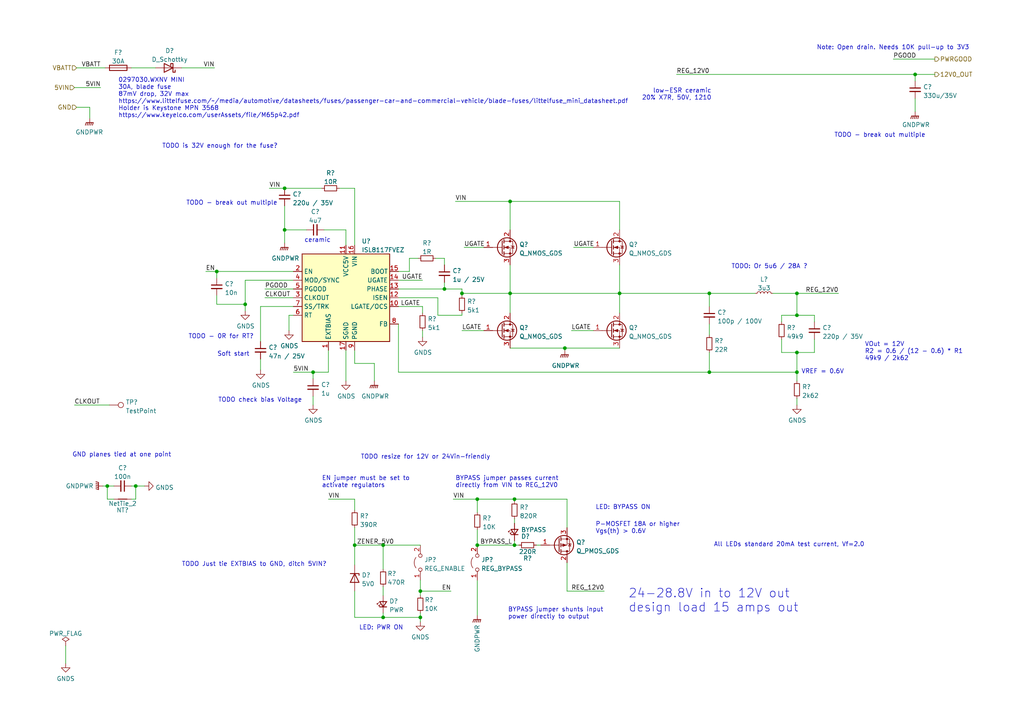
<source format=kicad_sch>
(kicad_sch (version 20211123) (generator eeschema)

  (uuid 8662d4c5-9b38-4fe1-aaab-596f27170260)

  (paper "A4")

  (lib_symbols
    (symbol "Connector:TestPoint" (pin_numbers hide) (pin_names (offset 0.762) hide) (in_bom yes) (on_board yes)
      (property "Reference" "TP" (id 0) (at 0 6.858 0)
        (effects (font (size 1.27 1.27)))
      )
      (property "Value" "TestPoint" (id 1) (at 0 5.08 0)
        (effects (font (size 1.27 1.27)))
      )
      (property "Footprint" "" (id 2) (at 5.08 0 0)
        (effects (font (size 1.27 1.27)) hide)
      )
      (property "Datasheet" "~" (id 3) (at 5.08 0 0)
        (effects (font (size 1.27 1.27)) hide)
      )
      (property "ki_keywords" "test point tp" (id 4) (at 0 0 0)
        (effects (font (size 1.27 1.27)) hide)
      )
      (property "ki_description" "test point" (id 5) (at 0 0 0)
        (effects (font (size 1.27 1.27)) hide)
      )
      (property "ki_fp_filters" "Pin* Test*" (id 6) (at 0 0 0)
        (effects (font (size 1.27 1.27)) hide)
      )
      (symbol "TestPoint_0_1"
        (circle (center 0 3.302) (radius 0.762)
          (stroke (width 0) (type default) (color 0 0 0 0))
          (fill (type none))
        )
      )
      (symbol "TestPoint_1_1"
        (pin passive line (at 0 0 90) (length 2.54)
          (name "1" (effects (font (size 1.27 1.27))))
          (number "1" (effects (font (size 1.27 1.27))))
        )
      )
    )
    (symbol "Device:C_Small" (pin_numbers hide) (pin_names (offset 0.254) hide) (in_bom yes) (on_board yes)
      (property "Reference" "C" (id 0) (at 0.254 1.778 0)
        (effects (font (size 1.27 1.27)) (justify left))
      )
      (property "Value" "C_Small" (id 1) (at 0.254 -2.032 0)
        (effects (font (size 1.27 1.27)) (justify left))
      )
      (property "Footprint" "" (id 2) (at 0 0 0)
        (effects (font (size 1.27 1.27)) hide)
      )
      (property "Datasheet" "~" (id 3) (at 0 0 0)
        (effects (font (size 1.27 1.27)) hide)
      )
      (property "ki_keywords" "capacitor cap" (id 4) (at 0 0 0)
        (effects (font (size 1.27 1.27)) hide)
      )
      (property "ki_description" "Unpolarized capacitor, small symbol" (id 5) (at 0 0 0)
        (effects (font (size 1.27 1.27)) hide)
      )
      (property "ki_fp_filters" "C_*" (id 6) (at 0 0 0)
        (effects (font (size 1.27 1.27)) hide)
      )
      (symbol "C_Small_0_1"
        (polyline
          (pts
            (xy -1.524 -0.508)
            (xy 1.524 -0.508)
          )
          (stroke (width 0.3302) (type default) (color 0 0 0 0))
          (fill (type none))
        )
        (polyline
          (pts
            (xy -1.524 0.508)
            (xy 1.524 0.508)
          )
          (stroke (width 0.3048) (type default) (color 0 0 0 0))
          (fill (type none))
        )
      )
      (symbol "C_Small_1_1"
        (pin passive line (at 0 2.54 270) (length 2.032)
          (name "~" (effects (font (size 1.27 1.27))))
          (number "1" (effects (font (size 1.27 1.27))))
        )
        (pin passive line (at 0 -2.54 90) (length 2.032)
          (name "~" (effects (font (size 1.27 1.27))))
          (number "2" (effects (font (size 1.27 1.27))))
        )
      )
    )
    (symbol "Device:D_Schottky" (pin_numbers hide) (pin_names (offset 1.016) hide) (in_bom yes) (on_board yes)
      (property "Reference" "D" (id 0) (at 0 2.54 0)
        (effects (font (size 1.27 1.27)))
      )
      (property "Value" "D_Schottky" (id 1) (at 0 -2.54 0)
        (effects (font (size 1.27 1.27)))
      )
      (property "Footprint" "" (id 2) (at 0 0 0)
        (effects (font (size 1.27 1.27)) hide)
      )
      (property "Datasheet" "~" (id 3) (at 0 0 0)
        (effects (font (size 1.27 1.27)) hide)
      )
      (property "ki_keywords" "diode Schottky" (id 4) (at 0 0 0)
        (effects (font (size 1.27 1.27)) hide)
      )
      (property "ki_description" "Schottky diode" (id 5) (at 0 0 0)
        (effects (font (size 1.27 1.27)) hide)
      )
      (property "ki_fp_filters" "TO-???* *_Diode_* *SingleDiode* D_*" (id 6) (at 0 0 0)
        (effects (font (size 1.27 1.27)) hide)
      )
      (symbol "D_Schottky_0_1"
        (polyline
          (pts
            (xy 1.27 0)
            (xy -1.27 0)
          )
          (stroke (width 0) (type default) (color 0 0 0 0))
          (fill (type none))
        )
        (polyline
          (pts
            (xy 1.27 1.27)
            (xy 1.27 -1.27)
            (xy -1.27 0)
            (xy 1.27 1.27)
          )
          (stroke (width 0.254) (type default) (color 0 0 0 0))
          (fill (type none))
        )
        (polyline
          (pts
            (xy -1.905 0.635)
            (xy -1.905 1.27)
            (xy -1.27 1.27)
            (xy -1.27 -1.27)
            (xy -0.635 -1.27)
            (xy -0.635 -0.635)
          )
          (stroke (width 0.254) (type default) (color 0 0 0 0))
          (fill (type none))
        )
      )
      (symbol "D_Schottky_1_1"
        (pin passive line (at -3.81 0 0) (length 2.54)
          (name "K" (effects (font (size 1.27 1.27))))
          (number "1" (effects (font (size 1.27 1.27))))
        )
        (pin passive line (at 3.81 0 180) (length 2.54)
          (name "A" (effects (font (size 1.27 1.27))))
          (number "2" (effects (font (size 1.27 1.27))))
        )
      )
    )
    (symbol "Device:D_Zener" (pin_numbers hide) (pin_names (offset 1.016) hide) (in_bom yes) (on_board yes)
      (property "Reference" "D" (id 0) (at 0 2.54 0)
        (effects (font (size 1.27 1.27)))
      )
      (property "Value" "D_Zener" (id 1) (at 0 -2.54 0)
        (effects (font (size 1.27 1.27)))
      )
      (property "Footprint" "" (id 2) (at 0 0 0)
        (effects (font (size 1.27 1.27)) hide)
      )
      (property "Datasheet" "~" (id 3) (at 0 0 0)
        (effects (font (size 1.27 1.27)) hide)
      )
      (property "ki_keywords" "diode" (id 4) (at 0 0 0)
        (effects (font (size 1.27 1.27)) hide)
      )
      (property "ki_description" "Zener diode" (id 5) (at 0 0 0)
        (effects (font (size 1.27 1.27)) hide)
      )
      (property "ki_fp_filters" "TO-???* *_Diode_* *SingleDiode* D_*" (id 6) (at 0 0 0)
        (effects (font (size 1.27 1.27)) hide)
      )
      (symbol "D_Zener_0_1"
        (polyline
          (pts
            (xy 1.27 0)
            (xy -1.27 0)
          )
          (stroke (width 0) (type default) (color 0 0 0 0))
          (fill (type none))
        )
        (polyline
          (pts
            (xy -1.27 -1.27)
            (xy -1.27 1.27)
            (xy -0.762 1.27)
          )
          (stroke (width 0.254) (type default) (color 0 0 0 0))
          (fill (type none))
        )
        (polyline
          (pts
            (xy 1.27 -1.27)
            (xy 1.27 1.27)
            (xy -1.27 0)
            (xy 1.27 -1.27)
          )
          (stroke (width 0.254) (type default) (color 0 0 0 0))
          (fill (type none))
        )
      )
      (symbol "D_Zener_1_1"
        (pin passive line (at -3.81 0 0) (length 2.54)
          (name "K" (effects (font (size 1.27 1.27))))
          (number "1" (effects (font (size 1.27 1.27))))
        )
        (pin passive line (at 3.81 0 180) (length 2.54)
          (name "A" (effects (font (size 1.27 1.27))))
          (number "2" (effects (font (size 1.27 1.27))))
        )
      )
    )
    (symbol "Device:Fuse" (pin_numbers hide) (pin_names (offset 0)) (in_bom yes) (on_board yes)
      (property "Reference" "F" (id 0) (at 2.032 0 90)
        (effects (font (size 1.27 1.27)))
      )
      (property "Value" "Fuse" (id 1) (at -1.905 0 90)
        (effects (font (size 1.27 1.27)))
      )
      (property "Footprint" "" (id 2) (at -1.778 0 90)
        (effects (font (size 1.27 1.27)) hide)
      )
      (property "Datasheet" "~" (id 3) (at 0 0 0)
        (effects (font (size 1.27 1.27)) hide)
      )
      (property "ki_keywords" "fuse" (id 4) (at 0 0 0)
        (effects (font (size 1.27 1.27)) hide)
      )
      (property "ki_description" "Fuse" (id 5) (at 0 0 0)
        (effects (font (size 1.27 1.27)) hide)
      )
      (property "ki_fp_filters" "*Fuse*" (id 6) (at 0 0 0)
        (effects (font (size 1.27 1.27)) hide)
      )
      (symbol "Fuse_0_1"
        (rectangle (start -0.762 -2.54) (end 0.762 2.54)
          (stroke (width 0.254) (type default) (color 0 0 0 0))
          (fill (type none))
        )
        (polyline
          (pts
            (xy 0 2.54)
            (xy 0 -2.54)
          )
          (stroke (width 0) (type default) (color 0 0 0 0))
          (fill (type none))
        )
      )
      (symbol "Fuse_1_1"
        (pin passive line (at 0 3.81 270) (length 1.27)
          (name "~" (effects (font (size 1.27 1.27))))
          (number "1" (effects (font (size 1.27 1.27))))
        )
        (pin passive line (at 0 -3.81 90) (length 1.27)
          (name "~" (effects (font (size 1.27 1.27))))
          (number "2" (effects (font (size 1.27 1.27))))
        )
      )
    )
    (symbol "Device:LED_Small" (pin_numbers hide) (pin_names (offset 0.254) hide) (in_bom yes) (on_board yes)
      (property "Reference" "D" (id 0) (at -1.27 3.175 0)
        (effects (font (size 1.27 1.27)) (justify left))
      )
      (property "Value" "LED_Small" (id 1) (at -4.445 -2.54 0)
        (effects (font (size 1.27 1.27)) (justify left))
      )
      (property "Footprint" "" (id 2) (at 0 0 90)
        (effects (font (size 1.27 1.27)) hide)
      )
      (property "Datasheet" "~" (id 3) (at 0 0 90)
        (effects (font (size 1.27 1.27)) hide)
      )
      (property "ki_keywords" "LED diode light-emitting-diode" (id 4) (at 0 0 0)
        (effects (font (size 1.27 1.27)) hide)
      )
      (property "ki_description" "Light emitting diode, small symbol" (id 5) (at 0 0 0)
        (effects (font (size 1.27 1.27)) hide)
      )
      (property "ki_fp_filters" "LED* LED_SMD:* LED_THT:*" (id 6) (at 0 0 0)
        (effects (font (size 1.27 1.27)) hide)
      )
      (symbol "LED_Small_0_1"
        (polyline
          (pts
            (xy -0.762 -1.016)
            (xy -0.762 1.016)
          )
          (stroke (width 0.254) (type default) (color 0 0 0 0))
          (fill (type none))
        )
        (polyline
          (pts
            (xy 1.016 0)
            (xy -0.762 0)
          )
          (stroke (width 0) (type default) (color 0 0 0 0))
          (fill (type none))
        )
        (polyline
          (pts
            (xy 0.762 -1.016)
            (xy -0.762 0)
            (xy 0.762 1.016)
            (xy 0.762 -1.016)
          )
          (stroke (width 0.254) (type default) (color 0 0 0 0))
          (fill (type none))
        )
        (polyline
          (pts
            (xy 0 0.762)
            (xy -0.508 1.27)
            (xy -0.254 1.27)
            (xy -0.508 1.27)
            (xy -0.508 1.016)
          )
          (stroke (width 0) (type default) (color 0 0 0 0))
          (fill (type none))
        )
        (polyline
          (pts
            (xy 0.508 1.27)
            (xy 0 1.778)
            (xy 0.254 1.778)
            (xy 0 1.778)
            (xy 0 1.524)
          )
          (stroke (width 0) (type default) (color 0 0 0 0))
          (fill (type none))
        )
      )
      (symbol "LED_Small_1_1"
        (pin passive line (at -2.54 0 0) (length 1.778)
          (name "K" (effects (font (size 1.27 1.27))))
          (number "1" (effects (font (size 1.27 1.27))))
        )
        (pin passive line (at 2.54 0 180) (length 1.778)
          (name "A" (effects (font (size 1.27 1.27))))
          (number "2" (effects (font (size 1.27 1.27))))
        )
      )
    )
    (symbol "Device:L_Small" (pin_numbers hide) (pin_names (offset 0.254) hide) (in_bom yes) (on_board yes)
      (property "Reference" "L" (id 0) (at 0.762 1.016 0)
        (effects (font (size 1.27 1.27)) (justify left))
      )
      (property "Value" "L_Small" (id 1) (at 0.762 -1.016 0)
        (effects (font (size 1.27 1.27)) (justify left))
      )
      (property "Footprint" "" (id 2) (at 0 0 0)
        (effects (font (size 1.27 1.27)) hide)
      )
      (property "Datasheet" "~" (id 3) (at 0 0 0)
        (effects (font (size 1.27 1.27)) hide)
      )
      (property "ki_keywords" "inductor choke coil reactor magnetic" (id 4) (at 0 0 0)
        (effects (font (size 1.27 1.27)) hide)
      )
      (property "ki_description" "Inductor, small symbol" (id 5) (at 0 0 0)
        (effects (font (size 1.27 1.27)) hide)
      )
      (property "ki_fp_filters" "Choke_* *Coil* Inductor_* L_*" (id 6) (at 0 0 0)
        (effects (font (size 1.27 1.27)) hide)
      )
      (symbol "L_Small_0_1"
        (arc (start 0 -2.032) (mid 0.508 -1.524) (end 0 -1.016)
          (stroke (width 0) (type default) (color 0 0 0 0))
          (fill (type none))
        )
        (arc (start 0 -1.016) (mid 0.508 -0.508) (end 0 0)
          (stroke (width 0) (type default) (color 0 0 0 0))
          (fill (type none))
        )
        (arc (start 0 0) (mid 0.508 0.508) (end 0 1.016)
          (stroke (width 0) (type default) (color 0 0 0 0))
          (fill (type none))
        )
        (arc (start 0 1.016) (mid 0.508 1.524) (end 0 2.032)
          (stroke (width 0) (type default) (color 0 0 0 0))
          (fill (type none))
        )
      )
      (symbol "L_Small_1_1"
        (pin passive line (at 0 2.54 270) (length 0.508)
          (name "~" (effects (font (size 1.27 1.27))))
          (number "1" (effects (font (size 1.27 1.27))))
        )
        (pin passive line (at 0 -2.54 90) (length 0.508)
          (name "~" (effects (font (size 1.27 1.27))))
          (number "2" (effects (font (size 1.27 1.27))))
        )
      )
    )
    (symbol "Device:NetTie_2" (pin_numbers hide) (pin_names (offset 0) hide) (in_bom yes) (on_board yes)
      (property "Reference" "NT" (id 0) (at 0 1.27 0)
        (effects (font (size 1.27 1.27)))
      )
      (property "Value" "NetTie_2" (id 1) (at 0 -1.27 0)
        (effects (font (size 1.27 1.27)))
      )
      (property "Footprint" "" (id 2) (at 0 0 0)
        (effects (font (size 1.27 1.27)) hide)
      )
      (property "Datasheet" "~" (id 3) (at 0 0 0)
        (effects (font (size 1.27 1.27)) hide)
      )
      (property "ki_keywords" "net tie short" (id 4) (at 0 0 0)
        (effects (font (size 1.27 1.27)) hide)
      )
      (property "ki_description" "Net tie, 2 pins" (id 5) (at 0 0 0)
        (effects (font (size 1.27 1.27)) hide)
      )
      (property "ki_fp_filters" "Net*Tie*" (id 6) (at 0 0 0)
        (effects (font (size 1.27 1.27)) hide)
      )
      (symbol "NetTie_2_0_1"
        (polyline
          (pts
            (xy -1.27 0)
            (xy 1.27 0)
          )
          (stroke (width 0.254) (type default) (color 0 0 0 0))
          (fill (type none))
        )
      )
      (symbol "NetTie_2_1_1"
        (pin passive line (at -2.54 0 0) (length 2.54)
          (name "1" (effects (font (size 1.27 1.27))))
          (number "1" (effects (font (size 1.27 1.27))))
        )
        (pin passive line (at 2.54 0 180) (length 2.54)
          (name "2" (effects (font (size 1.27 1.27))))
          (number "2" (effects (font (size 1.27 1.27))))
        )
      )
    )
    (symbol "Device:Q_NMOS_GDS" (pin_names (offset 0) hide) (in_bom yes) (on_board yes)
      (property "Reference" "Q" (id 0) (at 5.08 1.27 0)
        (effects (font (size 1.27 1.27)) (justify left))
      )
      (property "Value" "Q_NMOS_GDS" (id 1) (at 5.08 -1.27 0)
        (effects (font (size 1.27 1.27)) (justify left))
      )
      (property "Footprint" "" (id 2) (at 5.08 2.54 0)
        (effects (font (size 1.27 1.27)) hide)
      )
      (property "Datasheet" "~" (id 3) (at 0 0 0)
        (effects (font (size 1.27 1.27)) hide)
      )
      (property "ki_keywords" "transistor NMOS N-MOS N-MOSFET" (id 4) (at 0 0 0)
        (effects (font (size 1.27 1.27)) hide)
      )
      (property "ki_description" "N-MOSFET transistor, gate/drain/source" (id 5) (at 0 0 0)
        (effects (font (size 1.27 1.27)) hide)
      )
      (symbol "Q_NMOS_GDS_0_1"
        (polyline
          (pts
            (xy 0.254 0)
            (xy -2.54 0)
          )
          (stroke (width 0) (type default) (color 0 0 0 0))
          (fill (type none))
        )
        (polyline
          (pts
            (xy 0.254 1.905)
            (xy 0.254 -1.905)
          )
          (stroke (width 0.254) (type default) (color 0 0 0 0))
          (fill (type none))
        )
        (polyline
          (pts
            (xy 0.762 -1.27)
            (xy 0.762 -2.286)
          )
          (stroke (width 0.254) (type default) (color 0 0 0 0))
          (fill (type none))
        )
        (polyline
          (pts
            (xy 0.762 0.508)
            (xy 0.762 -0.508)
          )
          (stroke (width 0.254) (type default) (color 0 0 0 0))
          (fill (type none))
        )
        (polyline
          (pts
            (xy 0.762 2.286)
            (xy 0.762 1.27)
          )
          (stroke (width 0.254) (type default) (color 0 0 0 0))
          (fill (type none))
        )
        (polyline
          (pts
            (xy 2.54 2.54)
            (xy 2.54 1.778)
          )
          (stroke (width 0) (type default) (color 0 0 0 0))
          (fill (type none))
        )
        (polyline
          (pts
            (xy 2.54 -2.54)
            (xy 2.54 0)
            (xy 0.762 0)
          )
          (stroke (width 0) (type default) (color 0 0 0 0))
          (fill (type none))
        )
        (polyline
          (pts
            (xy 0.762 -1.778)
            (xy 3.302 -1.778)
            (xy 3.302 1.778)
            (xy 0.762 1.778)
          )
          (stroke (width 0) (type default) (color 0 0 0 0))
          (fill (type none))
        )
        (polyline
          (pts
            (xy 1.016 0)
            (xy 2.032 0.381)
            (xy 2.032 -0.381)
            (xy 1.016 0)
          )
          (stroke (width 0) (type default) (color 0 0 0 0))
          (fill (type outline))
        )
        (polyline
          (pts
            (xy 2.794 0.508)
            (xy 2.921 0.381)
            (xy 3.683 0.381)
            (xy 3.81 0.254)
          )
          (stroke (width 0) (type default) (color 0 0 0 0))
          (fill (type none))
        )
        (polyline
          (pts
            (xy 3.302 0.381)
            (xy 2.921 -0.254)
            (xy 3.683 -0.254)
            (xy 3.302 0.381)
          )
          (stroke (width 0) (type default) (color 0 0 0 0))
          (fill (type none))
        )
        (circle (center 1.651 0) (radius 2.794)
          (stroke (width 0.254) (type default) (color 0 0 0 0))
          (fill (type none))
        )
        (circle (center 2.54 -1.778) (radius 0.254)
          (stroke (width 0) (type default) (color 0 0 0 0))
          (fill (type outline))
        )
        (circle (center 2.54 1.778) (radius 0.254)
          (stroke (width 0) (type default) (color 0 0 0 0))
          (fill (type outline))
        )
      )
      (symbol "Q_NMOS_GDS_1_1"
        (pin input line (at -5.08 0 0) (length 2.54)
          (name "G" (effects (font (size 1.27 1.27))))
          (number "1" (effects (font (size 1.27 1.27))))
        )
        (pin passive line (at 2.54 5.08 270) (length 2.54)
          (name "D" (effects (font (size 1.27 1.27))))
          (number "2" (effects (font (size 1.27 1.27))))
        )
        (pin passive line (at 2.54 -5.08 90) (length 2.54)
          (name "S" (effects (font (size 1.27 1.27))))
          (number "3" (effects (font (size 1.27 1.27))))
        )
      )
    )
    (symbol "Device:Q_PMOS_GDS" (pin_names (offset 0) hide) (in_bom yes) (on_board yes)
      (property "Reference" "Q" (id 0) (at 5.08 1.27 0)
        (effects (font (size 1.27 1.27)) (justify left))
      )
      (property "Value" "Q_PMOS_GDS" (id 1) (at 5.08 -1.27 0)
        (effects (font (size 1.27 1.27)) (justify left))
      )
      (property "Footprint" "" (id 2) (at 5.08 2.54 0)
        (effects (font (size 1.27 1.27)) hide)
      )
      (property "Datasheet" "~" (id 3) (at 0 0 0)
        (effects (font (size 1.27 1.27)) hide)
      )
      (property "ki_keywords" "transistor PMOS P-MOS P-MOSFET" (id 4) (at 0 0 0)
        (effects (font (size 1.27 1.27)) hide)
      )
      (property "ki_description" "P-MOSFET transistor, gate/drain/source" (id 5) (at 0 0 0)
        (effects (font (size 1.27 1.27)) hide)
      )
      (symbol "Q_PMOS_GDS_0_1"
        (polyline
          (pts
            (xy 0.254 0)
            (xy -2.54 0)
          )
          (stroke (width 0) (type default) (color 0 0 0 0))
          (fill (type none))
        )
        (polyline
          (pts
            (xy 0.254 1.905)
            (xy 0.254 -1.905)
          )
          (stroke (width 0.254) (type default) (color 0 0 0 0))
          (fill (type none))
        )
        (polyline
          (pts
            (xy 0.762 -1.27)
            (xy 0.762 -2.286)
          )
          (stroke (width 0.254) (type default) (color 0 0 0 0))
          (fill (type none))
        )
        (polyline
          (pts
            (xy 0.762 0.508)
            (xy 0.762 -0.508)
          )
          (stroke (width 0.254) (type default) (color 0 0 0 0))
          (fill (type none))
        )
        (polyline
          (pts
            (xy 0.762 2.286)
            (xy 0.762 1.27)
          )
          (stroke (width 0.254) (type default) (color 0 0 0 0))
          (fill (type none))
        )
        (polyline
          (pts
            (xy 2.54 2.54)
            (xy 2.54 1.778)
          )
          (stroke (width 0) (type default) (color 0 0 0 0))
          (fill (type none))
        )
        (polyline
          (pts
            (xy 2.54 -2.54)
            (xy 2.54 0)
            (xy 0.762 0)
          )
          (stroke (width 0) (type default) (color 0 0 0 0))
          (fill (type none))
        )
        (polyline
          (pts
            (xy 0.762 1.778)
            (xy 3.302 1.778)
            (xy 3.302 -1.778)
            (xy 0.762 -1.778)
          )
          (stroke (width 0) (type default) (color 0 0 0 0))
          (fill (type none))
        )
        (polyline
          (pts
            (xy 2.286 0)
            (xy 1.27 0.381)
            (xy 1.27 -0.381)
            (xy 2.286 0)
          )
          (stroke (width 0) (type default) (color 0 0 0 0))
          (fill (type outline))
        )
        (polyline
          (pts
            (xy 2.794 -0.508)
            (xy 2.921 -0.381)
            (xy 3.683 -0.381)
            (xy 3.81 -0.254)
          )
          (stroke (width 0) (type default) (color 0 0 0 0))
          (fill (type none))
        )
        (polyline
          (pts
            (xy 3.302 -0.381)
            (xy 2.921 0.254)
            (xy 3.683 0.254)
            (xy 3.302 -0.381)
          )
          (stroke (width 0) (type default) (color 0 0 0 0))
          (fill (type none))
        )
        (circle (center 1.651 0) (radius 2.794)
          (stroke (width 0.254) (type default) (color 0 0 0 0))
          (fill (type none))
        )
        (circle (center 2.54 -1.778) (radius 0.254)
          (stroke (width 0) (type default) (color 0 0 0 0))
          (fill (type outline))
        )
        (circle (center 2.54 1.778) (radius 0.254)
          (stroke (width 0) (type default) (color 0 0 0 0))
          (fill (type outline))
        )
      )
      (symbol "Q_PMOS_GDS_1_1"
        (pin input line (at -5.08 0 0) (length 2.54)
          (name "G" (effects (font (size 1.27 1.27))))
          (number "1" (effects (font (size 1.27 1.27))))
        )
        (pin passive line (at 2.54 5.08 270) (length 2.54)
          (name "D" (effects (font (size 1.27 1.27))))
          (number "2" (effects (font (size 1.27 1.27))))
        )
        (pin passive line (at 2.54 -5.08 90) (length 2.54)
          (name "S" (effects (font (size 1.27 1.27))))
          (number "3" (effects (font (size 1.27 1.27))))
        )
      )
    )
    (symbol "Device:R_Small" (pin_numbers hide) (pin_names (offset 0.254) hide) (in_bom yes) (on_board yes)
      (property "Reference" "R" (id 0) (at 0.762 0.508 0)
        (effects (font (size 1.27 1.27)) (justify left))
      )
      (property "Value" "R_Small" (id 1) (at 0.762 -1.016 0)
        (effects (font (size 1.27 1.27)) (justify left))
      )
      (property "Footprint" "" (id 2) (at 0 0 0)
        (effects (font (size 1.27 1.27)) hide)
      )
      (property "Datasheet" "~" (id 3) (at 0 0 0)
        (effects (font (size 1.27 1.27)) hide)
      )
      (property "ki_keywords" "R resistor" (id 4) (at 0 0 0)
        (effects (font (size 1.27 1.27)) hide)
      )
      (property "ki_description" "Resistor, small symbol" (id 5) (at 0 0 0)
        (effects (font (size 1.27 1.27)) hide)
      )
      (property "ki_fp_filters" "R_*" (id 6) (at 0 0 0)
        (effects (font (size 1.27 1.27)) hide)
      )
      (symbol "R_Small_0_1"
        (rectangle (start -0.762 1.778) (end 0.762 -1.778)
          (stroke (width 0.2032) (type default) (color 0 0 0 0))
          (fill (type none))
        )
      )
      (symbol "R_Small_1_1"
        (pin passive line (at 0 2.54 270) (length 0.762)
          (name "~" (effects (font (size 1.27 1.27))))
          (number "1" (effects (font (size 1.27 1.27))))
        )
        (pin passive line (at 0 -2.54 90) (length 0.762)
          (name "~" (effects (font (size 1.27 1.27))))
          (number "2" (effects (font (size 1.27 1.27))))
        )
      )
    )
    (symbol "Jumper:Jumper_2_Open" (pin_names (offset 0) hide) (in_bom yes) (on_board yes)
      (property "Reference" "JP" (id 0) (at 0 2.794 0)
        (effects (font (size 1.27 1.27)))
      )
      (property "Value" "Jumper_2_Open" (id 1) (at 0 -2.286 0)
        (effects (font (size 1.27 1.27)))
      )
      (property "Footprint" "" (id 2) (at 0 0 0)
        (effects (font (size 1.27 1.27)) hide)
      )
      (property "Datasheet" "~" (id 3) (at 0 0 0)
        (effects (font (size 1.27 1.27)) hide)
      )
      (property "ki_keywords" "Jumper SPST" (id 4) (at 0 0 0)
        (effects (font (size 1.27 1.27)) hide)
      )
      (property "ki_description" "Jumper, 2-pole, open" (id 5) (at 0 0 0)
        (effects (font (size 1.27 1.27)) hide)
      )
      (property "ki_fp_filters" "Jumper* TestPoint*2Pads* TestPoint*Bridge*" (id 6) (at 0 0 0)
        (effects (font (size 1.27 1.27)) hide)
      )
      (symbol "Jumper_2_Open_0_0"
        (circle (center -2.032 0) (radius 0.508)
          (stroke (width 0) (type default) (color 0 0 0 0))
          (fill (type none))
        )
        (circle (center 2.032 0) (radius 0.508)
          (stroke (width 0) (type default) (color 0 0 0 0))
          (fill (type none))
        )
      )
      (symbol "Jumper_2_Open_0_1"
        (arc (start 1.524 1.27) (mid 0 1.778) (end -1.524 1.27)
          (stroke (width 0) (type default) (color 0 0 0 0))
          (fill (type none))
        )
      )
      (symbol "Jumper_2_Open_1_1"
        (pin passive line (at -5.08 0 0) (length 2.54)
          (name "A" (effects (font (size 1.27 1.27))))
          (number "1" (effects (font (size 1.27 1.27))))
        )
        (pin passive line (at 5.08 0 180) (length 2.54)
          (name "B" (effects (font (size 1.27 1.27))))
          (number "2" (effects (font (size 1.27 1.27))))
        )
      )
    )
    (symbol "Regulator_Switching:ISL8117FVEZ" (in_bom yes) (on_board yes)
      (property "Reference" "U" (id 0) (at -12.7 13.97 0)
        (effects (font (size 1.27 1.27)) (justify left))
      )
      (property "Value" "ISL8117FVEZ" (id 1) (at 3.81 13.97 0)
        (effects (font (size 1.27 1.27)) (justify left))
      )
      (property "Footprint" "Package_SO:HTSSOP-16-1EP_4.4x5mm_P0.65mm_EP3.4x5mm" (id 2) (at 3.81 -13.97 0)
        (effects (font (size 1.27 1.27)) (justify left) hide)
      )
      (property "Datasheet" "https://www.intersil.com/content/dam/Intersil/documents/isl8/isl8117.pdf" (id 3) (at -12.7 13.97 0)
        (effects (font (size 1.27 1.27)) hide)
      )
      (property "ki_keywords" "PWM step down buck converter controller synchronous POL" (id 4) (at 0 0 0)
        (effects (font (size 1.27 1.27)) hide)
      )
      (property "ki_description" "Synchronous step-down PWM controller, 4.5v to 60v input, 0.6v to 54v Output Voltage, HTSSOP-16" (id 5) (at 0 0 0)
        (effects (font (size 1.27 1.27)) hide)
      )
      (property "ki_fp_filters" "HTSSOP*EP*4.4x5mm*P0.65mm*" (id 6) (at 0 0 0)
        (effects (font (size 1.27 1.27)) hide)
      )
      (symbol "ISL8117FVEZ_0_1"
        (rectangle (start -12.7 12.7) (end 12.7 -12.7)
          (stroke (width 0.254) (type default) (color 0 0 0 0))
          (fill (type background))
        )
      )
      (symbol "ISL8117FVEZ_1_1"
        (pin input line (at -5.08 -15.24 90) (length 2.54)
          (name "EXTBIAS" (effects (font (size 1.27 1.27))))
          (number "1" (effects (font (size 1.27 1.27))))
        )
        (pin input line (at 15.24 -2.54 180) (length 2.54)
          (name "LGATE/OCS" (effects (font (size 1.27 1.27))))
          (number "10" (effects (font (size 1.27 1.27))))
        )
        (pin power_in line (at 0 15.24 270) (length 2.54)
          (name "VCC5V" (effects (font (size 1.27 1.27))))
          (number "11" (effects (font (size 1.27 1.27))))
        )
        (pin input line (at 15.24 0 180) (length 2.54)
          (name "ISEN" (effects (font (size 1.27 1.27))))
          (number "12" (effects (font (size 1.27 1.27))))
        )
        (pin input line (at 15.24 2.54 180) (length 2.54)
          (name "PHASE" (effects (font (size 1.27 1.27))))
          (number "13" (effects (font (size 1.27 1.27))))
        )
        (pin output line (at 15.24 5.08 180) (length 2.54)
          (name "UGATE" (effects (font (size 1.27 1.27))))
          (number "14" (effects (font (size 1.27 1.27))))
        )
        (pin input line (at 15.24 7.62 180) (length 2.54)
          (name "BOOT" (effects (font (size 1.27 1.27))))
          (number "15" (effects (font (size 1.27 1.27))))
        )
        (pin power_in line (at 2.54 15.24 270) (length 2.54)
          (name "VIN" (effects (font (size 1.27 1.27))))
          (number "16" (effects (font (size 1.27 1.27))))
        )
        (pin power_in line (at 0 -15.24 90) (length 2.54)
          (name "SGND" (effects (font (size 1.27 1.27))))
          (number "17" (effects (font (size 1.27 1.27))))
        )
        (pin input line (at -15.24 7.62 0) (length 2.54)
          (name "EN" (effects (font (size 1.27 1.27))))
          (number "2" (effects (font (size 1.27 1.27))))
        )
        (pin input line (at -15.24 0 0) (length 2.54)
          (name "CLKOUT" (effects (font (size 1.27 1.27))))
          (number "3" (effects (font (size 1.27 1.27))))
        )
        (pin input line (at -15.24 5.08 0) (length 2.54)
          (name "MOD/SYNC" (effects (font (size 1.27 1.27))))
          (number "4" (effects (font (size 1.27 1.27))))
        )
        (pin input line (at -15.24 2.54 0) (length 2.54)
          (name "PGOOD" (effects (font (size 1.27 1.27))))
          (number "5" (effects (font (size 1.27 1.27))))
        )
        (pin input line (at -15.24 -5.08 0) (length 2.54)
          (name "RT" (effects (font (size 1.27 1.27))))
          (number "6" (effects (font (size 1.27 1.27))))
        )
        (pin input line (at -15.24 -2.54 0) (length 2.54)
          (name "SS/TRK" (effects (font (size 1.27 1.27))))
          (number "7" (effects (font (size 1.27 1.27))))
        )
        (pin input line (at 15.24 -7.62 180) (length 2.54)
          (name "FB" (effects (font (size 1.27 1.27))))
          (number "8" (effects (font (size 1.27 1.27))))
        )
        (pin power_in line (at 2.54 -15.24 90) (length 2.54)
          (name "PGND" (effects (font (size 1.27 1.27))))
          (number "9" (effects (font (size 1.27 1.27))))
        )
      )
    )
    (symbol "power:GNDPWR" (power) (pin_names (offset 0)) (in_bom yes) (on_board yes)
      (property "Reference" "#PWR" (id 0) (at 0 -5.08 0)
        (effects (font (size 1.27 1.27)) hide)
      )
      (property "Value" "GNDPWR" (id 1) (at 0 -3.302 0)
        (effects (font (size 1.27 1.27)))
      )
      (property "Footprint" "" (id 2) (at 0 -1.27 0)
        (effects (font (size 1.27 1.27)) hide)
      )
      (property "Datasheet" "" (id 3) (at 0 -1.27 0)
        (effects (font (size 1.27 1.27)) hide)
      )
      (property "ki_keywords" "power-flag" (id 4) (at 0 0 0)
        (effects (font (size 1.27 1.27)) hide)
      )
      (property "ki_description" "Power symbol creates a global label with name \"GNDPWR\" , power ground" (id 5) (at 0 0 0)
        (effects (font (size 1.27 1.27)) hide)
      )
      (symbol "GNDPWR_0_1"
        (polyline
          (pts
            (xy 0 -1.27)
            (xy 0 0)
          )
          (stroke (width 0) (type default) (color 0 0 0 0))
          (fill (type none))
        )
        (polyline
          (pts
            (xy -1.016 -1.27)
            (xy -1.27 -2.032)
            (xy -1.27 -2.032)
          )
          (stroke (width 0.2032) (type default) (color 0 0 0 0))
          (fill (type none))
        )
        (polyline
          (pts
            (xy -0.508 -1.27)
            (xy -0.762 -2.032)
            (xy -0.762 -2.032)
          )
          (stroke (width 0.2032) (type default) (color 0 0 0 0))
          (fill (type none))
        )
        (polyline
          (pts
            (xy 0 -1.27)
            (xy -0.254 -2.032)
            (xy -0.254 -2.032)
          )
          (stroke (width 0.2032) (type default) (color 0 0 0 0))
          (fill (type none))
        )
        (polyline
          (pts
            (xy 0.508 -1.27)
            (xy 0.254 -2.032)
            (xy 0.254 -2.032)
          )
          (stroke (width 0.2032) (type default) (color 0 0 0 0))
          (fill (type none))
        )
        (polyline
          (pts
            (xy 1.016 -1.27)
            (xy -1.016 -1.27)
            (xy -1.016 -1.27)
          )
          (stroke (width 0.2032) (type default) (color 0 0 0 0))
          (fill (type none))
        )
        (polyline
          (pts
            (xy 1.016 -1.27)
            (xy 0.762 -2.032)
            (xy 0.762 -2.032)
            (xy 0.762 -2.032)
          )
          (stroke (width 0.2032) (type default) (color 0 0 0 0))
          (fill (type none))
        )
      )
      (symbol "GNDPWR_1_1"
        (pin power_in line (at 0 0 270) (length 0) hide
          (name "GNDPWR" (effects (font (size 1.27 1.27))))
          (number "1" (effects (font (size 1.27 1.27))))
        )
      )
    )
    (symbol "power:GNDS" (power) (pin_names (offset 0)) (in_bom yes) (on_board yes)
      (property "Reference" "#PWR" (id 0) (at 0 -6.35 0)
        (effects (font (size 1.27 1.27)) hide)
      )
      (property "Value" "GNDS" (id 1) (at 0 -3.81 0)
        (effects (font (size 1.27 1.27)))
      )
      (property "Footprint" "" (id 2) (at 0 0 0)
        (effects (font (size 1.27 1.27)) hide)
      )
      (property "Datasheet" "" (id 3) (at 0 0 0)
        (effects (font (size 1.27 1.27)) hide)
      )
      (property "ki_keywords" "power-flag" (id 4) (at 0 0 0)
        (effects (font (size 1.27 1.27)) hide)
      )
      (property "ki_description" "Power symbol creates a global label with name \"GNDS\" , signal ground" (id 5) (at 0 0 0)
        (effects (font (size 1.27 1.27)) hide)
      )
      (symbol "GNDS_0_1"
        (polyline
          (pts
            (xy 0 0)
            (xy 0 -1.27)
            (xy 1.27 -1.27)
            (xy 0 -2.54)
            (xy -1.27 -1.27)
            (xy 0 -1.27)
          )
          (stroke (width 0) (type default) (color 0 0 0 0))
          (fill (type none))
        )
      )
      (symbol "GNDS_1_1"
        (pin power_in line (at 0 0 270) (length 0) hide
          (name "GNDS" (effects (font (size 1.27 1.27))))
          (number "1" (effects (font (size 1.27 1.27))))
        )
      )
    )
    (symbol "power:PWR_FLAG" (power) (pin_numbers hide) (pin_names (offset 0) hide) (in_bom yes) (on_board yes)
      (property "Reference" "#FLG" (id 0) (at 0 1.905 0)
        (effects (font (size 1.27 1.27)) hide)
      )
      (property "Value" "PWR_FLAG" (id 1) (at 0 3.81 0)
        (effects (font (size 1.27 1.27)))
      )
      (property "Footprint" "" (id 2) (at 0 0 0)
        (effects (font (size 1.27 1.27)) hide)
      )
      (property "Datasheet" "~" (id 3) (at 0 0 0)
        (effects (font (size 1.27 1.27)) hide)
      )
      (property "ki_keywords" "power-flag" (id 4) (at 0 0 0)
        (effects (font (size 1.27 1.27)) hide)
      )
      (property "ki_description" "Special symbol for telling ERC where power comes from" (id 5) (at 0 0 0)
        (effects (font (size 1.27 1.27)) hide)
      )
      (symbol "PWR_FLAG_0_0"
        (pin power_out line (at 0 0 90) (length 0)
          (name "pwr" (effects (font (size 1.27 1.27))))
          (number "1" (effects (font (size 1.27 1.27))))
        )
      )
      (symbol "PWR_FLAG_0_1"
        (polyline
          (pts
            (xy 0 0)
            (xy 0 1.27)
            (xy -1.016 1.905)
            (xy 0 2.54)
            (xy 1.016 1.905)
            (xy 0 1.27)
          )
          (stroke (width 0) (type default) (color 0 0 0 0))
          (fill (type none))
        )
      )
    )
  )

  (junction (at 121.92 179.07) (diameter 0) (color 0 0 0 0)
    (uuid 22be5f2c-69ea-4333-a59a-d879236ca1b7)
  )
  (junction (at 82.55 54.61) (diameter 0) (color 0 0 0 0)
    (uuid 3554cbc2-2beb-4b6b-9bfa-88c0741e4ce6)
  )
  (junction (at 71.12 88.265) (diameter 0) (color 0 0 0 0)
    (uuid 35831f4f-36ae-4e6d-a6fd-9adf8fde566f)
  )
  (junction (at 231.14 107.95) (diameter 0) (color 0 0 0 0)
    (uuid 3da7f6a6-2e35-4157-8db1-768998c38a82)
  )
  (junction (at 231.14 102.235) (diameter 0) (color 0 0 0 0)
    (uuid 470cd386-cd2f-480e-9d7b-152049c32acd)
  )
  (junction (at 265.43 21.59) (diameter 0) (color 0 0 0 0)
    (uuid 52fc6e7e-7e2d-48da-978f-4eff6d38dd68)
  )
  (junction (at 205.74 107.95) (diameter 0) (color 0 0 0 0)
    (uuid 57b3e6fe-be42-45c5-9cd0-29fa2f3b9bac)
  )
  (junction (at 138.43 144.78) (diameter 0) (color 0 0 0 0)
    (uuid 6c3cb873-5b07-47af-a814-c44f1f1bb701)
  )
  (junction (at 102.87 158.115) (diameter 0) (color 0 0 0 0)
    (uuid 7c5ab089-9a5c-48fc-a8cf-3445f18d996a)
  )
  (junction (at 39.37 140.97) (diameter 0) (color 0 0 0 0)
    (uuid 83068e37-a787-44c1-be5e-f7aae937f831)
  )
  (junction (at 121.92 171.45) (diameter 0) (color 0 0 0 0)
    (uuid 8308a2bc-8797-4a7a-a3f9-c1ae8fad9ed4)
  )
  (junction (at 133.985 85.09) (diameter 0) (color 0 0 0 0)
    (uuid 8a69fc2f-4ce8-41a6-9431-7536c0fa30de)
  )
  (junction (at 147.955 85.09) (diameter 0) (color 0 0 0 0)
    (uuid 8d562903-ab9c-4799-a700-8850da3b15d4)
  )
  (junction (at 128.905 83.82) (diameter 0) (color 0 0 0 0)
    (uuid 92c5946c-2cb8-4f14-b978-23fcfb9942dd)
  )
  (junction (at 111.125 158.115) (diameter 0) (color 0 0 0 0)
    (uuid a019bee0-439f-4097-a836-dace651f0524)
  )
  (junction (at 31.115 140.97) (diameter 0) (color 0 0 0 0)
    (uuid a80ec6ae-dcd0-456a-b625-743e0fda4d27)
  )
  (junction (at 179.705 85.09) (diameter 0) (color 0 0 0 0)
    (uuid b2f30964-c1cc-4d78-917b-da2af75dd3ac)
  )
  (junction (at 205.74 85.09) (diameter 0) (color 0 0 0 0)
    (uuid b951f7f4-7bc0-4b74-b7ac-05002daa22d7)
  )
  (junction (at 231.14 91.44) (diameter 0) (color 0 0 0 0)
    (uuid c28af044-7101-46f9-bccb-af3ff088e9bf)
  )
  (junction (at 147.955 58.42) (diameter 0) (color 0 0 0 0)
    (uuid c51bd9d9-6b7c-4553-a6cd-161f04955ddc)
  )
  (junction (at 231.14 85.09) (diameter 0) (color 0 0 0 0)
    (uuid c78d316f-184d-47c9-988c-e08ee03e72b5)
  )
  (junction (at 111.125 179.07) (diameter 0) (color 0 0 0 0)
    (uuid cbe3b1f2-0eac-45b0-a0ef-7c3a2249b90f)
  )
  (junction (at 138.43 158.115) (diameter 0) (color 0 0 0 0)
    (uuid cfd1c7af-2aa5-4992-b3bb-9c8ae2cdcae2)
  )
  (junction (at 149.225 144.78) (diameter 0) (color 0 0 0 0)
    (uuid de7b5054-ea3a-4e20-a114-4a9c8845b480)
  )
  (junction (at 149.225 158.115) (diameter 0) (color 0 0 0 0)
    (uuid e54240cb-b926-4753-a791-f4f1fd4c01d7)
  )
  (junction (at 82.55 66.675) (diameter 0) (color 0 0 0 0)
    (uuid ec416582-d61c-48b1-b7da-9bd5e05ea2cd)
  )
  (junction (at 62.865 78.74) (diameter 0) (color 0 0 0 0)
    (uuid f41b1a47-6536-4ba8-a36c-edadbab41c1c)
  )
  (junction (at 163.83 100.965) (diameter 0) (color 0 0 0 0)
    (uuid f7f91833-067b-4d6d-823d-13ea4fef6e02)
  )
  (junction (at 90.805 107.95) (diameter 0) (color 0 0 0 0)
    (uuid f80a7588-bced-4060-ac62-4afe96cd604a)
  )

  (wire (pts (xy 149.225 156.845) (xy 149.225 158.115))
    (stroke (width 0) (type default) (color 0 0 0 0))
    (uuid 0029723c-2d6a-4a4e-8e8d-a8ba65855398)
  )
  (wire (pts (xy 166.37 71.755) (xy 172.085 71.755))
    (stroke (width 0) (type default) (color 0 0 0 0))
    (uuid 029ae006-49b6-4421-ac65-92ddfedada35)
  )
  (wire (pts (xy 111.125 177.8) (xy 111.125 179.07))
    (stroke (width 0) (type default) (color 0 0 0 0))
    (uuid 03094f49-5d6c-4c36-b3ab-4ebd4e1c2d77)
  )
  (wire (pts (xy 82.55 59.69) (xy 82.55 66.675))
    (stroke (width 0) (type default) (color 0 0 0 0))
    (uuid 031721ea-98af-4a38-a2ab-23aa88809ce3)
  )
  (wire (pts (xy 118.745 78.74) (xy 118.745 74.93))
    (stroke (width 0) (type default) (color 0 0 0 0))
    (uuid 0438a6ea-1c98-4336-9bda-bfa22034694e)
  )
  (wire (pts (xy 111.125 158.115) (xy 111.125 165.1))
    (stroke (width 0) (type default) (color 0 0 0 0))
    (uuid 0551e02d-320b-4714-8fe8-86992cadf1ab)
  )
  (wire (pts (xy 205.74 93.98) (xy 205.74 97.155))
    (stroke (width 0) (type default) (color 0 0 0 0))
    (uuid 06744c06-d897-4a7d-930d-ffb29151af8b)
  )
  (wire (pts (xy 75.565 104.14) (xy 75.565 107.315))
    (stroke (width 0) (type default) (color 0 0 0 0))
    (uuid 073e3945-1b84-42a9-a06a-86bfb07ccd56)
  )
  (wire (pts (xy 83.82 95.885) (xy 83.82 91.44))
    (stroke (width 0) (type default) (color 0 0 0 0))
    (uuid 08e5518f-1079-4867-99e6-6973b5e5676b)
  )
  (wire (pts (xy 85.09 107.95) (xy 90.805 107.95))
    (stroke (width 0) (type default) (color 0 0 0 0))
    (uuid 08facc0e-1a20-4840-bc9d-19aeccd376c8)
  )
  (wire (pts (xy 126.365 74.93) (xy 128.905 74.93))
    (stroke (width 0) (type default) (color 0 0 0 0))
    (uuid 09b2b24a-1dea-4fd5-896b-825ee1f4c66a)
  )
  (wire (pts (xy 100.33 101.6) (xy 100.33 110.49))
    (stroke (width 0) (type default) (color 0 0 0 0))
    (uuid 0be1a549-26b6-4f97-8e87-db72bd345f59)
  )
  (wire (pts (xy 115.57 78.74) (xy 118.745 78.74))
    (stroke (width 0) (type default) (color 0 0 0 0))
    (uuid 0cb1db6b-66e5-4218-a76e-272908fc3620)
  )
  (wire (pts (xy 205.74 88.9) (xy 205.74 85.09))
    (stroke (width 0) (type default) (color 0 0 0 0))
    (uuid 0e33ea7f-d3e3-4643-b955-7b04b0d3ff8f)
  )
  (wire (pts (xy 155.575 158.115) (xy 156.845 158.115))
    (stroke (width 0) (type default) (color 0 0 0 0))
    (uuid 0edf35da-f3e5-47e9-aa3e-9278c2519933)
  )
  (wire (pts (xy 98.425 54.61) (xy 102.87 54.61))
    (stroke (width 0) (type default) (color 0 0 0 0))
    (uuid 0f1684ae-12b7-411a-88fb-9ab0974ed00f)
  )
  (wire (pts (xy 121.92 171.45) (xy 130.81 171.45))
    (stroke (width 0) (type default) (color 0 0 0 0))
    (uuid 100cbaff-7c5b-4745-b4a1-a1948c63caa9)
  )
  (wire (pts (xy 115.57 88.9) (xy 122.555 88.9))
    (stroke (width 0) (type default) (color 0 0 0 0))
    (uuid 121b81c2-319c-44b0-b768-c726e0e3d231)
  )
  (wire (pts (xy 85.09 88.9) (xy 75.565 88.9))
    (stroke (width 0) (type default) (color 0 0 0 0))
    (uuid 16cf2fb2-921e-4cf4-a210-bad4c1282cf1)
  )
  (wire (pts (xy 179.705 90.805) (xy 179.705 85.09))
    (stroke (width 0) (type default) (color 0 0 0 0))
    (uuid 1b0a4c09-bad8-4891-8a4b-fb0ac35c8728)
  )
  (wire (pts (xy 38.1 19.685) (xy 45.085 19.685))
    (stroke (width 0) (type default) (color 0 0 0 0))
    (uuid 1b9abca4-c69e-4b5d-9af0-a3972eacb17d)
  )
  (wire (pts (xy 102.87 158.115) (xy 102.87 163.83))
    (stroke (width 0) (type default) (color 0 0 0 0))
    (uuid 1c19271a-a327-4a8a-9265-8d9ff4b8901e)
  )
  (wire (pts (xy 82.55 66.675) (xy 88.9 66.675))
    (stroke (width 0) (type default) (color 0 0 0 0))
    (uuid 1e035e50-5583-41d0-9fb7-13c6cb0b0864)
  )
  (wire (pts (xy 75.565 88.9) (xy 75.565 99.06))
    (stroke (width 0) (type default) (color 0 0 0 0))
    (uuid 203f39b2-3d6e-478f-aff5-143747d99d56)
  )
  (wire (pts (xy 133.985 85.09) (xy 147.955 85.09))
    (stroke (width 0) (type default) (color 0 0 0 0))
    (uuid 21eb24e3-b14c-484a-b3ab-ef1a61b961aa)
  )
  (wire (pts (xy 115.57 83.82) (xy 128.905 83.82))
    (stroke (width 0) (type default) (color 0 0 0 0))
    (uuid 233e3aae-a0dd-491c-be41-f5364428f581)
  )
  (wire (pts (xy 165.735 95.885) (xy 172.085 95.885))
    (stroke (width 0) (type default) (color 0 0 0 0))
    (uuid 2614aa10-80e5-42a0-ae82-ee1187d6892a)
  )
  (wire (pts (xy 175.26 171.45) (xy 164.465 171.45))
    (stroke (width 0) (type default) (color 0 0 0 0))
    (uuid 2726cddb-747c-4198-8826-f9083ddb6e6b)
  )
  (wire (pts (xy 102.87 158.115) (xy 111.125 158.115))
    (stroke (width 0) (type default) (color 0 0 0 0))
    (uuid 2b05ca6e-beb1-40ce-bc14-5e8e9de5a697)
  )
  (wire (pts (xy 231.14 91.44) (xy 226.695 91.44))
    (stroke (width 0) (type default) (color 0 0 0 0))
    (uuid 2b7bfd82-2015-4583-81d7-0e1a57391d12)
  )
  (wire (pts (xy 133.985 83.82) (xy 133.985 85.09))
    (stroke (width 0) (type default) (color 0 0 0 0))
    (uuid 2cf5227e-f1c7-4d6a-9cad-3ec6c12f8300)
  )
  (wire (pts (xy 149.225 150.495) (xy 149.225 151.765))
    (stroke (width 0) (type default) (color 0 0 0 0))
    (uuid 2dd46516-0ac4-4737-a839-97e3dc324bd4)
  )
  (wire (pts (xy 19.05 187.325) (xy 19.05 192.405))
    (stroke (width 0) (type default) (color 0 0 0 0))
    (uuid 2f7fdd6c-f07d-4529-ac2c-a1bac377bf80)
  )
  (wire (pts (xy 236.22 102.235) (xy 236.22 98.425))
    (stroke (width 0) (type default) (color 0 0 0 0))
    (uuid 2fd1f5ee-a4e5-4765-a56e-0452d898a285)
  )
  (wire (pts (xy 115.57 107.95) (xy 205.74 107.95))
    (stroke (width 0) (type default) (color 0 0 0 0))
    (uuid 325bf1aa-32e0-423a-af03-68ab3a35f92f)
  )
  (wire (pts (xy 71.12 81.28) (xy 71.12 88.265))
    (stroke (width 0) (type default) (color 0 0 0 0))
    (uuid 34378bef-e027-426c-8257-20a258182d88)
  )
  (wire (pts (xy 52.705 19.685) (xy 62.23 19.685))
    (stroke (width 0) (type default) (color 0 0 0 0))
    (uuid 352a0bdb-c702-404d-9d6a-e4634c3af996)
  )
  (wire (pts (xy 122.555 88.9) (xy 122.555 90.805))
    (stroke (width 0) (type default) (color 0 0 0 0))
    (uuid 3875bc02-7ae0-4750-8fbc-9d179c046934)
  )
  (wire (pts (xy 21.59 117.475) (xy 31.75 117.475))
    (stroke (width 0) (type default) (color 0 0 0 0))
    (uuid 3aaf52e3-3411-4239-a1a8-a0696fd80080)
  )
  (wire (pts (xy 71.12 88.265) (xy 62.865 88.265))
    (stroke (width 0) (type default) (color 0 0 0 0))
    (uuid 3b4d3f08-4987-4719-abf3-968fbb783fd3)
  )
  (wire (pts (xy 38.1 140.97) (xy 39.37 140.97))
    (stroke (width 0) (type default) (color 0 0 0 0))
    (uuid 3e4137c8-1a0d-44da-8467-3fb92b1f9e81)
  )
  (wire (pts (xy 265.43 23.495) (xy 265.43 21.59))
    (stroke (width 0) (type default) (color 0 0 0 0))
    (uuid 3f9570f7-2686-4b84-b1c3-09ecc89f47e3)
  )
  (wire (pts (xy 90.805 114.935) (xy 90.805 117.475))
    (stroke (width 0) (type default) (color 0 0 0 0))
    (uuid 444f4fb5-88e7-47cc-b677-776dd994a168)
  )
  (wire (pts (xy 102.87 54.61) (xy 102.87 71.12))
    (stroke (width 0) (type default) (color 0 0 0 0))
    (uuid 44d40ea6-d85c-489a-9686-5f603f2ae5b2)
  )
  (wire (pts (xy 265.43 28.575) (xy 265.43 32.385))
    (stroke (width 0) (type default) (color 0 0 0 0))
    (uuid 45f7cab2-de65-4549-9ce6-c9be773f4579)
  )
  (wire (pts (xy 121.92 177.8) (xy 121.92 179.07))
    (stroke (width 0) (type default) (color 0 0 0 0))
    (uuid 4a1e94bc-6cf0-4dde-8250-e76d7f3ad065)
  )
  (wire (pts (xy 147.955 85.09) (xy 179.705 85.09))
    (stroke (width 0) (type default) (color 0 0 0 0))
    (uuid 4c4cbf71-607b-4546-8ae2-df5b56fadfdc)
  )
  (wire (pts (xy 231.14 85.09) (xy 243.205 85.09))
    (stroke (width 0) (type default) (color 0 0 0 0))
    (uuid 4ed8aca8-bc2e-4ab2-b895-9e253f637ab9)
  )
  (wire (pts (xy 205.74 85.09) (xy 219.075 85.09))
    (stroke (width 0) (type default) (color 0 0 0 0))
    (uuid 4f3d7d82-6dc4-4cd3-ae38-ffaa2a4919c5)
  )
  (wire (pts (xy 82.55 66.675) (xy 82.55 70.485))
    (stroke (width 0) (type default) (color 0 0 0 0))
    (uuid 4ffa4b95-08ee-48e9-8bbf-8c65d5880611)
  )
  (wire (pts (xy 31.115 140.97) (xy 33.02 140.97))
    (stroke (width 0) (type default) (color 0 0 0 0))
    (uuid 5223e427-634f-4ab0-99e0-c51d1504f05b)
  )
  (wire (pts (xy 179.705 85.09) (xy 205.74 85.09))
    (stroke (width 0) (type default) (color 0 0 0 0))
    (uuid 58f54012-10f6-47df-982f-0488bc936945)
  )
  (wire (pts (xy 147.955 76.835) (xy 147.955 85.09))
    (stroke (width 0) (type default) (color 0 0 0 0))
    (uuid 5a3cc589-2b51-42f2-a9ce-c050074f2d47)
  )
  (wire (pts (xy 163.83 101.6) (xy 163.83 100.965))
    (stroke (width 0) (type default) (color 0 0 0 0))
    (uuid 5aaf7346-1dcc-47a3-8cd6-566f2e7ee2f0)
  )
  (wire (pts (xy 102.87 101.6) (xy 102.87 105.41))
    (stroke (width 0) (type default) (color 0 0 0 0))
    (uuid 5b5723c1-f754-4043-8e60-3eed4cf8522b)
  )
  (wire (pts (xy 133.985 95.885) (xy 140.335 95.885))
    (stroke (width 0) (type default) (color 0 0 0 0))
    (uuid 5e3e982c-b949-40c4-a614-6d2d7f8fa98c)
  )
  (wire (pts (xy 83.82 91.44) (xy 85.09 91.44))
    (stroke (width 0) (type default) (color 0 0 0 0))
    (uuid 60796d32-3859-4ced-a554-8b8ca112eac7)
  )
  (wire (pts (xy 111.125 179.07) (xy 121.92 179.07))
    (stroke (width 0) (type default) (color 0 0 0 0))
    (uuid 65383658-afba-4dd0-b377-87f7c13db7df)
  )
  (wire (pts (xy 231.14 107.95) (xy 231.14 110.49))
    (stroke (width 0) (type default) (color 0 0 0 0))
    (uuid 6628305a-e764-4f96-b3ed-7619d9d79caa)
  )
  (wire (pts (xy 121.92 168.275) (xy 121.92 171.45))
    (stroke (width 0) (type default) (color 0 0 0 0))
    (uuid 6a6972b5-280a-4286-819c-296f627e0136)
  )
  (wire (pts (xy 164.465 144.78) (xy 164.465 153.035))
    (stroke (width 0) (type default) (color 0 0 0 0))
    (uuid 6b99442b-9455-4dd9-9b39-9b329c94f61f)
  )
  (wire (pts (xy 131.445 144.78) (xy 138.43 144.78))
    (stroke (width 0) (type default) (color 0 0 0 0))
    (uuid 6d102ff3-dfdc-404b-99c7-329538c95a13)
  )
  (wire (pts (xy 111.125 158.115) (xy 121.92 158.115))
    (stroke (width 0) (type default) (color 0 0 0 0))
    (uuid 6fed1dd3-e2f8-41c3-9d61-f232144453cd)
  )
  (wire (pts (xy 82.55 54.61) (xy 93.345 54.61))
    (stroke (width 0) (type default) (color 0 0 0 0))
    (uuid 705c5225-3005-40ca-9cb5-9fc056fe17e6)
  )
  (wire (pts (xy 265.43 21.59) (xy 271.145 21.59))
    (stroke (width 0) (type default) (color 0 0 0 0))
    (uuid 7086809e-a5ec-4925-86f3-39e66d739cc5)
  )
  (wire (pts (xy 147.955 58.42) (xy 179.705 58.42))
    (stroke (width 0) (type default) (color 0 0 0 0))
    (uuid 716d73ea-6a65-4266-82c7-33019cbc863e)
  )
  (wire (pts (xy 127 86.36) (xy 127 91.44))
    (stroke (width 0) (type default) (color 0 0 0 0))
    (uuid 7298343b-4691-4eec-9fc1-4ce785ec2c44)
  )
  (wire (pts (xy 100.33 66.675) (xy 93.98 66.675))
    (stroke (width 0) (type default) (color 0 0 0 0))
    (uuid 72c6bbef-3e00-4414-bd09-e620f393de57)
  )
  (wire (pts (xy 71.12 88.265) (xy 71.12 90.17))
    (stroke (width 0) (type default) (color 0 0 0 0))
    (uuid 7a9a9379-d783-4dd3-b3a8-8b6d2b84e9bc)
  )
  (wire (pts (xy 149.225 144.78) (xy 149.225 145.415))
    (stroke (width 0) (type default) (color 0 0 0 0))
    (uuid 7d11b2b1-5551-41f5-8e03-663cb2c70f88)
  )
  (wire (pts (xy 128.905 74.93) (xy 128.905 76.835))
    (stroke (width 0) (type default) (color 0 0 0 0))
    (uuid 7ed37bc1-91fa-45c4-96f2-054860d75088)
  )
  (wire (pts (xy 226.695 91.44) (xy 226.695 93.345))
    (stroke (width 0) (type default) (color 0 0 0 0))
    (uuid 8094ebe6-278a-4413-8e1b-6ce09a27a23f)
  )
  (wire (pts (xy 102.87 153.035) (xy 102.87 158.115))
    (stroke (width 0) (type default) (color 0 0 0 0))
    (uuid 83b77c22-019c-4b93-a901-07425e43db4d)
  )
  (wire (pts (xy 33.02 144.78) (xy 31.115 144.78))
    (stroke (width 0) (type default) (color 0 0 0 0))
    (uuid 83d68b63-a78d-4032-ad30-2fadd44fb0dc)
  )
  (wire (pts (xy 22.225 19.685) (xy 30.48 19.685))
    (stroke (width 0) (type default) (color 0 0 0 0))
    (uuid 83eecde6-ffbc-43ae-8722-20923080fd6d)
  )
  (wire (pts (xy 115.57 86.36) (xy 127 86.36))
    (stroke (width 0) (type default) (color 0 0 0 0))
    (uuid 851bc71f-3766-4c7a-84f1-d088a7e1ede8)
  )
  (wire (pts (xy 21.59 25.4) (xy 29.21 25.4))
    (stroke (width 0) (type default) (color 0 0 0 0))
    (uuid 8821e62b-b1ec-4070-9b97-0caa26cc695b)
  )
  (wire (pts (xy 128.905 81.915) (xy 128.905 83.82))
    (stroke (width 0) (type default) (color 0 0 0 0))
    (uuid 8c18d18e-e0b6-4724-b742-9abd5ade0ee1)
  )
  (wire (pts (xy 38.1 144.78) (xy 39.37 144.78))
    (stroke (width 0) (type default) (color 0 0 0 0))
    (uuid 8e57ff51-68e5-474f-8bee-cd7d28cd655c)
  )
  (wire (pts (xy 95.25 144.78) (xy 102.87 144.78))
    (stroke (width 0) (type default) (color 0 0 0 0))
    (uuid 9048dd54-ebc0-4f08-a512-016b38f9b68d)
  )
  (wire (pts (xy 231.14 102.235) (xy 236.22 102.235))
    (stroke (width 0) (type default) (color 0 0 0 0))
    (uuid 90fb856f-13b3-4432-8494-8c372f57afdc)
  )
  (wire (pts (xy 90.805 109.855) (xy 90.805 107.95))
    (stroke (width 0) (type default) (color 0 0 0 0))
    (uuid 91826e21-10db-4758-8059-3302d4272330)
  )
  (wire (pts (xy 59.69 78.74) (xy 62.865 78.74))
    (stroke (width 0) (type default) (color 0 0 0 0))
    (uuid 93542581-0277-4f19-b89b-7be64b34d9e0)
  )
  (wire (pts (xy 231.14 115.57) (xy 231.14 117.475))
    (stroke (width 0) (type default) (color 0 0 0 0))
    (uuid 93e635af-bf79-4876-b43b-58a0869a4591)
  )
  (wire (pts (xy 231.14 91.44) (xy 236.22 91.44))
    (stroke (width 0) (type default) (color 0 0 0 0))
    (uuid 94329b68-4517-4919-a92d-e63453509fa5)
  )
  (wire (pts (xy 138.43 144.78) (xy 138.43 148.59))
    (stroke (width 0) (type default) (color 0 0 0 0))
    (uuid 94b54796-65b4-4b0e-adc1-8bf5b4ada8d0)
  )
  (wire (pts (xy 29.845 140.97) (xy 31.115 140.97))
    (stroke (width 0) (type default) (color 0 0 0 0))
    (uuid 9533c070-4085-4906-a7b0-de085dfc076a)
  )
  (wire (pts (xy 39.37 144.78) (xy 39.37 140.97))
    (stroke (width 0) (type default) (color 0 0 0 0))
    (uuid 953c66b1-d2a4-40f5-ade5-a617316c0dda)
  )
  (wire (pts (xy 85.09 81.28) (xy 71.12 81.28))
    (stroke (width 0) (type default) (color 0 0 0 0))
    (uuid 967c6d36-855e-4920-bbf4-b2c344301805)
  )
  (wire (pts (xy 39.37 140.97) (xy 41.91 140.97))
    (stroke (width 0) (type default) (color 0 0 0 0))
    (uuid 96a043d2-5d13-41ad-9884-0e6041650ca3)
  )
  (wire (pts (xy 115.57 107.95) (xy 115.57 93.98))
    (stroke (width 0) (type default) (color 0 0 0 0))
    (uuid 985f934e-8da9-467c-81fd-ee4b0de32480)
  )
  (wire (pts (xy 95.25 107.95) (xy 95.25 101.6))
    (stroke (width 0) (type default) (color 0 0 0 0))
    (uuid 996ffde0-ecf4-4c30-8a7c-bbc9bc10ef46)
  )
  (wire (pts (xy 259.08 17.145) (xy 271.145 17.145))
    (stroke (width 0) (type default) (color 0 0 0 0))
    (uuid 9cfd4600-f1e0-4051-afec-ec4d106645f2)
  )
  (wire (pts (xy 100.33 71.12) (xy 100.33 66.675))
    (stroke (width 0) (type default) (color 0 0 0 0))
    (uuid 9e355178-d33e-49b7-8cde-a07e29425720)
  )
  (wire (pts (xy 122.555 95.885) (xy 122.555 97.79))
    (stroke (width 0) (type default) (color 0 0 0 0))
    (uuid a0402255-d004-438f-b350-2638464c067c)
  )
  (wire (pts (xy 62.865 78.74) (xy 62.865 80.645))
    (stroke (width 0) (type default) (color 0 0 0 0))
    (uuid a0cacf7d-824e-421f-a8e9-c1f8e5610619)
  )
  (wire (pts (xy 102.87 179.07) (xy 111.125 179.07))
    (stroke (width 0) (type default) (color 0 0 0 0))
    (uuid a146bb76-180e-43ff-a0a1-d138bb80acd9)
  )
  (wire (pts (xy 26.035 31.115) (xy 26.035 34.29))
    (stroke (width 0) (type default) (color 0 0 0 0))
    (uuid a4b8a809-a311-4bd5-a6f5-fd7cfe57d53a)
  )
  (wire (pts (xy 102.87 144.78) (xy 102.87 147.955))
    (stroke (width 0) (type default) (color 0 0 0 0))
    (uuid a6d84323-f898-4032-86d5-ad3e7a02525e)
  )
  (wire (pts (xy 147.955 85.09) (xy 147.955 90.805))
    (stroke (width 0) (type default) (color 0 0 0 0))
    (uuid a93ea836-cd56-4131-8375-ddd9d292b908)
  )
  (wire (pts (xy 138.43 144.78) (xy 149.225 144.78))
    (stroke (width 0) (type default) (color 0 0 0 0))
    (uuid aa933d03-1c2f-4fcd-8e91-f2ad9c7b1519)
  )
  (wire (pts (xy 179.705 58.42) (xy 179.705 66.675))
    (stroke (width 0) (type default) (color 0 0 0 0))
    (uuid aabc3e05-80f6-4fb7-a4b8-13c58b2c7c6f)
  )
  (wire (pts (xy 147.955 100.965) (xy 163.83 100.965))
    (stroke (width 0) (type default) (color 0 0 0 0))
    (uuid ad3a0fc2-d760-49d6-92c3-ee376a4971f3)
  )
  (wire (pts (xy 115.57 81.28) (xy 122.555 81.28))
    (stroke (width 0) (type default) (color 0 0 0 0))
    (uuid ad453451-9774-428a-a22c-8d83dd25964a)
  )
  (wire (pts (xy 133.985 85.09) (xy 133.985 85.725))
    (stroke (width 0) (type default) (color 0 0 0 0))
    (uuid ad651b8b-04db-49fd-809c-8797905b6c86)
  )
  (wire (pts (xy 111.125 170.18) (xy 111.125 172.72))
    (stroke (width 0) (type default) (color 0 0 0 0))
    (uuid adf4bccb-c785-4516-9f4d-5a891a95510e)
  )
  (wire (pts (xy 226.695 98.425) (xy 226.695 102.235))
    (stroke (width 0) (type default) (color 0 0 0 0))
    (uuid b2d62d2d-9052-4baf-9dbd-841f7f4670b9)
  )
  (wire (pts (xy 102.87 105.41) (xy 108.585 105.41))
    (stroke (width 0) (type default) (color 0 0 0 0))
    (uuid baccff8d-412f-4eca-bdd8-5db3a6565cff)
  )
  (wire (pts (xy 128.905 83.82) (xy 133.985 83.82))
    (stroke (width 0) (type default) (color 0 0 0 0))
    (uuid bd6faf81-221b-4f1a-9205-c721eb2ce443)
  )
  (wire (pts (xy 231.14 102.235) (xy 231.14 107.95))
    (stroke (width 0) (type default) (color 0 0 0 0))
    (uuid bf326c34-18a3-45df-b2ce-9ff84bc08a12)
  )
  (wire (pts (xy 231.14 85.09) (xy 231.14 91.44))
    (stroke (width 0) (type default) (color 0 0 0 0))
    (uuid c14f6ce1-e4ee-49f6-aeac-ddb7ea3042fa)
  )
  (wire (pts (xy 164.465 171.45) (xy 164.465 163.195))
    (stroke (width 0) (type default) (color 0 0 0 0))
    (uuid c21eeef0-5b8b-495d-a154-657fc428ea81)
  )
  (wire (pts (xy 138.43 158.115) (xy 149.225 158.115))
    (stroke (width 0) (type default) (color 0 0 0 0))
    (uuid c25a3d7e-ae76-4de3-8a8e-68fb14d10b37)
  )
  (wire (pts (xy 121.92 179.07) (xy 121.92 180.34))
    (stroke (width 0) (type default) (color 0 0 0 0))
    (uuid c790de86-0f07-487f-8aea-08f5126f356f)
  )
  (wire (pts (xy 163.83 100.965) (xy 179.705 100.965))
    (stroke (width 0) (type default) (color 0 0 0 0))
    (uuid c9524d0c-2e0f-45a4-b279-a85f239219d3)
  )
  (wire (pts (xy 179.705 76.835) (xy 179.705 85.09))
    (stroke (width 0) (type default) (color 0 0 0 0))
    (uuid cc62150d-85c2-4533-a4da-ead074e6918b)
  )
  (wire (pts (xy 149.225 144.78) (xy 164.465 144.78))
    (stroke (width 0) (type default) (color 0 0 0 0))
    (uuid cd2a7dcb-f154-4ad0-bec2-8ace2a52ad54)
  )
  (wire (pts (xy 196.215 21.59) (xy 265.43 21.59))
    (stroke (width 0) (type default) (color 0 0 0 0))
    (uuid cd9f2dd4-ee94-402a-955f-52898448f3c0)
  )
  (wire (pts (xy 127 91.44) (xy 133.985 91.44))
    (stroke (width 0) (type default) (color 0 0 0 0))
    (uuid cf2cdb4e-2c15-4a38-b843-a702b5d320a4)
  )
  (wire (pts (xy 31.115 144.78) (xy 31.115 140.97))
    (stroke (width 0) (type default) (color 0 0 0 0))
    (uuid cf3d32de-bb9e-4202-bc02-a8e1356ed653)
  )
  (wire (pts (xy 90.805 107.95) (xy 95.25 107.95))
    (stroke (width 0) (type default) (color 0 0 0 0))
    (uuid cf6bedfe-9b4c-46b4-afef-5a130b4f89a8)
  )
  (wire (pts (xy 147.955 66.675) (xy 147.955 58.42))
    (stroke (width 0) (type default) (color 0 0 0 0))
    (uuid d0572e02-af6a-4091-b8ea-329d87c76d25)
  )
  (wire (pts (xy 138.43 168.275) (xy 138.43 178.435))
    (stroke (width 0) (type default) (color 0 0 0 0))
    (uuid d0de1861-6149-42b4-9c6b-79f09e356a4d)
  )
  (wire (pts (xy 226.695 102.235) (xy 231.14 102.235))
    (stroke (width 0) (type default) (color 0 0 0 0))
    (uuid d152bc49-ce00-4987-af56-d058ed38b73f)
  )
  (wire (pts (xy 62.865 78.74) (xy 85.09 78.74))
    (stroke (width 0) (type default) (color 0 0 0 0))
    (uuid d532272d-28c4-4434-a435-928680898595)
  )
  (wire (pts (xy 102.87 179.07) (xy 102.87 171.45))
    (stroke (width 0) (type default) (color 0 0 0 0))
    (uuid d8b1054f-fceb-4c35-9276-7903e10d5bf4)
  )
  (wire (pts (xy 62.865 88.265) (xy 62.865 85.725))
    (stroke (width 0) (type default) (color 0 0 0 0))
    (uuid db85d031-95a2-43f1-9fab-74b263fc87ff)
  )
  (wire (pts (xy 231.14 85.09) (xy 224.155 85.09))
    (stroke (width 0) (type default) (color 0 0 0 0))
    (uuid dd1336ee-90f7-4c46-8679-5ab042152ca0)
  )
  (wire (pts (xy 132.08 58.42) (xy 147.955 58.42))
    (stroke (width 0) (type default) (color 0 0 0 0))
    (uuid deeb7742-0a68-4508-b12a-cfb1ea1b0044)
  )
  (wire (pts (xy 76.835 86.36) (xy 85.09 86.36))
    (stroke (width 0) (type default) (color 0 0 0 0))
    (uuid e1e7ebf2-79c1-4a63-b907-25e5753f25ff)
  )
  (wire (pts (xy 236.22 91.44) (xy 236.22 93.345))
    (stroke (width 0) (type default) (color 0 0 0 0))
    (uuid e3014db1-a51c-4245-8ba9-a24058abc309)
  )
  (wire (pts (xy 76.835 83.82) (xy 85.09 83.82))
    (stroke (width 0) (type default) (color 0 0 0 0))
    (uuid e5ca76f6-c46b-44f6-89e4-f128b78bd4e8)
  )
  (wire (pts (xy 205.74 107.95) (xy 231.14 107.95))
    (stroke (width 0) (type default) (color 0 0 0 0))
    (uuid e9aa92e2-7f99-41d1-b65c-f1420c52e530)
  )
  (wire (pts (xy 133.985 91.44) (xy 133.985 90.805))
    (stroke (width 0) (type default) (color 0 0 0 0))
    (uuid e9be2762-d2f5-4d97-adef-24ade7cc0dc8)
  )
  (wire (pts (xy 121.92 171.45) (xy 121.92 172.72))
    (stroke (width 0) (type default) (color 0 0 0 0))
    (uuid ecdefacf-46c8-4cae-ae72-c66c2a45b27f)
  )
  (wire (pts (xy 118.745 74.93) (xy 121.285 74.93))
    (stroke (width 0) (type default) (color 0 0 0 0))
    (uuid ee8b57b5-8046-4aac-a0bf-5e7bfba7d6d7)
  )
  (wire (pts (xy 134.62 71.755) (xy 140.335 71.755))
    (stroke (width 0) (type default) (color 0 0 0 0))
    (uuid f2268819-f933-4973-9ab0-ba190271d652)
  )
  (wire (pts (xy 149.225 158.115) (xy 150.495 158.115))
    (stroke (width 0) (type default) (color 0 0 0 0))
    (uuid f277f006-5cb7-4a53-83e5-f2e8ad658dac)
  )
  (wire (pts (xy 138.43 153.67) (xy 138.43 158.115))
    (stroke (width 0) (type default) (color 0 0 0 0))
    (uuid f9f0c749-e275-43ff-a29f-d171991f781f)
  )
  (wire (pts (xy 108.585 105.41) (xy 108.585 110.49))
    (stroke (width 0) (type default) (color 0 0 0 0))
    (uuid fa0638c7-b53c-4a2f-acb9-c91fa6311ad9)
  )
  (wire (pts (xy 205.74 102.235) (xy 205.74 107.95))
    (stroke (width 0) (type default) (color 0 0 0 0))
    (uuid fe148173-a02e-4f90-96aa-c6950f1e2c7e)
  )
  (wire (pts (xy 22.225 31.115) (xy 26.035 31.115))
    (stroke (width 0) (type default) (color 0 0 0 0))
    (uuid fe232fee-1e11-4e5c-89f8-50c86d0e9864)
  )
  (wire (pts (xy 78.105 54.61) (xy 82.55 54.61))
    (stroke (width 0) (type default) (color 0 0 0 0))
    (uuid ff0893c9-bb44-4e76-8332-59337851b190)
  )

  (text "All LEDs standard 20mA test current, Vf=2.0" (at 207.01 158.75 0)
    (effects (font (size 1.27 1.27)) (justify left bottom))
    (uuid 01828adb-8e28-45e0-9f8e-9ed357691c25)
  )
  (text "LED: PWR ON" (at 104.14 182.88 0)
    (effects (font (size 1.27 1.27)) (justify left bottom))
    (uuid 0d5db02e-3698-41f1-b7c1-0d8c6fab4102)
  )
  (text "TODO Just tie EXTBIAS to GND, ditch 5VIN?\n" (at 52.705 164.465 0)
    (effects (font (size 1.27 1.27)) (justify left bottom))
    (uuid 19e70bfd-62a1-4d09-a97b-606ede61a05c)
  )
  (text "TODO: Or 5u6 / 28A ?" (at 212.09 78.105 0)
    (effects (font (size 1.27 1.27)) (justify left bottom))
    (uuid 268b500f-0c1f-4211-b19f-519ae90b71ca)
  )
  (text "TODO - 0R for RT?" (at 54.61 98.425 0)
    (effects (font (size 1.27 1.27)) (justify left bottom))
    (uuid 2e9c567b-4134-4aa1-ab00-7f6a51a1b1a5)
  )
  (text "TODO - break out multiple" (at 241.935 40.005 0)
    (effects (font (size 1.27 1.27)) (justify left bottom))
    (uuid 66ad90c6-b585-43f6-a46b-f81e63ff34f5)
  )
  (text "VREF = 0.6V" (at 232.41 108.585 0)
    (effects (font (size 1.27 1.27)) (justify left bottom))
    (uuid 67f71543-a8b9-4b59-9e5a-e534f67f5397)
  )
  (text "BYPASS jumper passes current\ndirectly from VIN to REG_12V0\n"
    (at 132.08 141.605 0)
    (effects (font (size 1.27 1.27)) (justify left bottom))
    (uuid 70933612-3260-426e-b031-5c331eb9a95f)
  )
  (text "ceramic" (at 88.265 70.485 0)
    (effects (font (size 1.27 1.27)) (justify left bottom))
    (uuid 743a0ff1-ff81-4417-8516-191e7fd41bc0)
  )
  (text "EN jumper must be set to\nactivate regulators" (at 93.345 141.605 0)
    (effects (font (size 1.27 1.27)) (justify left bottom))
    (uuid 91e3e116-f343-4ebb-9e17-708b99977d73)
  )
  (text "LED: BYPASS ON" (at 172.72 147.955 0)
    (effects (font (size 1.27 1.27)) (justify left bottom))
    (uuid a93ffed0-c3ce-4108-9f60-c422235ab74b)
  )
  (text "TODO check bias Voltage" (at 87.63 116.84 180)
    (effects (font (size 1.27 1.27)) (justify right bottom))
    (uuid a9d34987-686f-41ac-9b3a-5bee7ffc29f8)
  )
  (text "TODO resize for 12V or 24Vin-friendly" (at 142.24 133.35 180)
    (effects (font (size 1.27 1.27)) (justify right bottom))
    (uuid aa3484d7-d4ef-4333-bace-36db3de35a27)
  )
  (text "24-28.8V in to 12V out\ndesign load 15 amps out" (at 182.245 177.8 0)
    (effects (font (size 2.54 2.54)) (justify left bottom))
    (uuid b912db1c-7b84-475f-8c6f-b6557943a7fc)
  )
  (text "BYPASS jumper shunts input\npower directly to output"
    (at 147.32 179.705 0)
    (effects (font (size 1.27 1.27)) (justify left bottom))
    (uuid bb37f724-9856-49c7-bf84-cb6ab28dfced)
  )
  (text "Soft start" (at 72.39 103.505 180)
    (effects (font (size 1.27 1.27)) (justify right bottom))
    (uuid c1d0b63e-d903-471f-bbfd-8e4786aa8301)
  )
  (text "Note: Open drain. Needs 10K pull-up to 3V3" (at 236.855 14.605 0)
    (effects (font (size 1.27 1.27)) (justify left bottom))
    (uuid c89bda68-c689-47ee-b0c1-bee19f4ceb5a)
  )
  (text "GND planes tied at one point" (at 20.955 132.715 0)
    (effects (font (size 1.27 1.27)) (justify left bottom))
    (uuid cc575c2c-c88f-4f34-b8b3-6cd31c4b207a)
  )
  (text "low-ESR ceramic\n20% X7R, 50V, 1210" (at 206.375 29.21 180)
    (effects (font (size 1.27 1.27)) (justify right bottom))
    (uuid d3f0113a-da15-4bb8-9cf8-341fcdc3ae45)
  )
  (text "0297030.WXNV MINI\n30A, blade fuse\n87mV drop, 32V max\nhttps://www.littelfuse.com/~/media/automotive/datasheets/fuses/passenger-car-and-commercial-vehicle/blade-fuses/littelfuse_mini_datasheet.pdf\nHolder is Keystone MPN 3568\nhttps://www.keyelco.com/userAssets/file/M65p42.pdf"
    (at 34.29 34.29 0)
    (effects (font (size 1.27 1.27)) (justify left bottom))
    (uuid e04e13b4-b905-40e7-952e-43e916001d59)
  )
  (text "TODO - break out multiple" (at 53.975 59.69 0)
    (effects (font (size 1.27 1.27)) (justify left bottom))
    (uuid e932595b-1b62-4289-b7c2-e4f2877f7490)
  )
  (text "P-MOSFET 18A or higher\nVgs(th) > 0.6V\n" (at 172.72 154.94 0)
    (effects (font (size 1.27 1.27)) (justify left bottom))
    (uuid ec3382e3-7ec4-45de-ac50-ef58a5d627d5)
  )
  (text "VOut = 12V\nR2 = 0.6 / (12 - 0.6) * R1\n49k9 / 2k62 "
    (at 250.825 104.775 0)
    (effects (font (size 1.27 1.27)) (justify left bottom))
    (uuid ee2e6885-8d74-4c6c-9558-972331fd7009)
  )
  (text "TODO is 32V enough for the fuse?\n" (at 46.99 43.18 0)
    (effects (font (size 1.27 1.27)) (justify left bottom))
    (uuid f58d5492-f5b0-48a7-8d36-5077a300375b)
  )

  (label "REG_12V0" (at 243.205 85.09 180)
    (effects (font (size 1.27 1.27)) (justify right bottom))
    (uuid 051fb64d-1c9c-4482-affb-3d8cfb47682e)
  )
  (label "BYPASS_L" (at 148.59 158.115 180)
    (effects (font (size 1.27 1.27)) (justify right bottom))
    (uuid 2a14271e-1984-4447-95f2-5b468de207b5)
  )
  (label "PGOOD" (at 76.835 83.82 0)
    (effects (font (size 1.27 1.27)) (justify left bottom))
    (uuid 3a279350-e0f2-4c99-ad56-65022ecae255)
  )
  (label "EN" (at 130.81 171.45 180)
    (effects (font (size 1.27 1.27)) (justify right bottom))
    (uuid 43655a83-e28d-479b-92dd-70f4a80e3d62)
  )
  (label "VIN" (at 62.23 19.685 180)
    (effects (font (size 1.27 1.27)) (justify right bottom))
    (uuid 4407b033-218a-4d25-9bf7-c83dc8907d37)
  )
  (label "UGATE" (at 134.62 71.755 0)
    (effects (font (size 1.27 1.27)) (justify left bottom))
    (uuid 57629beb-be7f-493b-83c6-48253f44d935)
  )
  (label "EN" (at 59.69 78.74 0)
    (effects (font (size 1.27 1.27)) (justify left bottom))
    (uuid 6217fa11-0947-4bf7-b5c3-a4a14ffdc1c0)
  )
  (label "UGATE" (at 122.555 81.28 180)
    (effects (font (size 1.27 1.27)) (justify right bottom))
    (uuid 73e23e5c-a6a2-47ef-837d-dea6979b0e66)
  )
  (label "5VIN" (at 29.21 25.4 180)
    (effects (font (size 1.27 1.27)) (justify right bottom))
    (uuid 7de6b84a-a02e-44d3-b0f4-a87a03167f8b)
  )
  (label "5VIN" (at 85.09 107.95 0)
    (effects (font (size 1.27 1.27)) (justify left bottom))
    (uuid 86eb54ef-cbd0-4bcc-be77-446b33c7f09c)
  )
  (label "VIN" (at 132.08 58.42 0)
    (effects (font (size 1.27 1.27)) (justify left bottom))
    (uuid 8efa296f-f125-473f-8f50-280da2a3abe2)
  )
  (label "PGOOD" (at 259.08 17.145 0)
    (effects (font (size 1.27 1.27)) (justify left bottom))
    (uuid 92018773-1198-4738-a7e3-66e58f93b8c2)
  )
  (label "LGATE" (at 116.205 88.9 0)
    (effects (font (size 1.27 1.27)) (justify left bottom))
    (uuid 9461b37c-f260-4f55-8d6f-695c9b784e17)
  )
  (label "LGATE" (at 133.985 95.885 0)
    (effects (font (size 1.27 1.27)) (justify left bottom))
    (uuid 9751c36f-e5ad-4dbb-bc90-f67d596c9d63)
  )
  (label "VIN" (at 95.25 144.78 0)
    (effects (font (size 1.27 1.27)) (justify left bottom))
    (uuid b2f94d84-d3ba-41c9-b287-62a02d7bda23)
  )
  (label "VBATT" (at 29.21 19.685 180)
    (effects (font (size 1.27 1.27)) (justify right bottom))
    (uuid b33644c3-2f1b-4b23-83e9-8fd47a7b38ef)
  )
  (label "CLKOUT" (at 21.59 117.475 0)
    (effects (font (size 1.27 1.27)) (justify left bottom))
    (uuid bf258c79-ec01-4b1c-ae91-7ef146165732)
  )
  (label "UGATE" (at 166.37 71.755 0)
    (effects (font (size 1.27 1.27)) (justify left bottom))
    (uuid ccba5f65-684f-4d29-9068-8ec3f5c15bee)
  )
  (label "CLKOUT" (at 76.835 86.36 0)
    (effects (font (size 1.27 1.27)) (justify left bottom))
    (uuid d17a704c-2f29-477a-9599-8dce148fcee9)
  )
  (label "LGATE" (at 165.735 95.885 0)
    (effects (font (size 1.27 1.27)) (justify left bottom))
    (uuid d19495fa-a378-4520-84ec-9a63bca75943)
  )
  (label "ZENER_5V0" (at 103.505 158.115 0)
    (effects (font (size 1.27 1.27)) (justify left bottom))
    (uuid d991318b-811f-4cdc-a54e-66a6145c8bed)
  )
  (label "REG_12V0" (at 175.26 171.45 180)
    (effects (font (size 1.27 1.27)) (justify right bottom))
    (uuid f3ae547f-297c-40e7-971e-04c7f79114e1)
  )
  (label "VIN" (at 78.105 54.61 0)
    (effects (font (size 1.27 1.27)) (justify left bottom))
    (uuid f4506916-9c76-4e7e-93af-59ba28088062)
  )
  (label "REG_12V0" (at 196.215 21.59 0)
    (effects (font (size 1.27 1.27)) (justify left bottom))
    (uuid f7818d92-77db-4b51-8e38-3bcd65b15818)
  )
  (label "VIN" (at 131.445 144.78 0)
    (effects (font (size 1.27 1.27)) (justify left bottom))
    (uuid f88e4d55-faec-488c-a912-f56d4dd3a67e)
  )

  (hierarchical_label "5VIN" (shape input) (at 21.59 25.4 180)
    (effects (font (size 1.27 1.27)) (justify right))
    (uuid 03211d75-1941-4045-9cc4-fe5a4d89b2d4)
  )
  (hierarchical_label "VBATT" (shape input) (at 22.225 19.685 180)
    (effects (font (size 1.27 1.27)) (justify right))
    (uuid 1f4e414e-6f18-4508-957c-10f0c33e6e15)
  )
  (hierarchical_label "PWRGOOD" (shape output) (at 271.145 17.145 0)
    (effects (font (size 1.27 1.27)) (justify left))
    (uuid 2d386eaa-cacc-4658-87a3-1cefff49e137)
  )
  (hierarchical_label "12V0_OUT" (shape output) (at 271.145 21.59 0)
    (effects (font (size 1.27 1.27)) (justify left))
    (uuid 790daa38-c5e1-4e53-a3f4-2e7af0bd583c)
  )
  (hierarchical_label "GND" (shape input) (at 22.225 31.115 180)
    (effects (font (size 1.27 1.27)) (justify right))
    (uuid cd56c6a9-5bce-410f-81fd-3b4129012775)
  )

  (symbol (lib_id "Device:R_Small") (at 205.74 99.695 0) (unit 1)
    (in_bom yes) (on_board yes) (fields_autoplaced)
    (uuid 08fa0512-fdb0-4518-9a9c-dab72743224d)
    (property "Reference" "R?" (id 0) (at 207.2386 98.8603 0)
      (effects (font (size 1.27 1.27)) (justify left))
    )
    (property "Value" "22R" (id 1) (at 207.2386 101.3972 0)
      (effects (font (size 1.27 1.27)) (justify left))
    )
    (property "Footprint" "" (id 2) (at 205.74 99.695 0)
      (effects (font (size 1.27 1.27)) hide)
    )
    (property "Datasheet" "~" (id 3) (at 205.74 99.695 0)
      (effects (font (size 1.27 1.27)) hide)
    )
    (pin "1" (uuid 9945a662-e428-4019-a0ef-947d9583018b))
    (pin "2" (uuid 704d4208-0120-41da-862d-c49809e2a4ef))
  )

  (symbol (lib_id "power:GNDS") (at 83.82 95.885 0) (unit 1)
    (in_bom yes) (on_board yes)
    (uuid 0a59a3dd-7e7f-42fd-85de-70c425e4bd65)
    (property "Reference" "#PWR?" (id 0) (at 83.82 102.235 0)
      (effects (font (size 1.27 1.27)) hide)
    )
    (property "Value" "GNDS" (id 1) (at 81.28 100.33 0)
      (effects (font (size 1.27 1.27)) (justify left))
    )
    (property "Footprint" "" (id 2) (at 83.82 95.885 0)
      (effects (font (size 1.27 1.27)) hide)
    )
    (property "Datasheet" "" (id 3) (at 83.82 95.885 0)
      (effects (font (size 1.27 1.27)) hide)
    )
    (pin "1" (uuid b64f204c-6545-4f02-8d18-e10f4c33ad7e))
  )

  (symbol (lib_id "Device:R_Small") (at 226.695 95.885 0) (unit 1)
    (in_bom yes) (on_board yes) (fields_autoplaced)
    (uuid 18cb2c07-d6b8-433f-bb5f-6b66b15bed61)
    (property "Reference" "R?" (id 0) (at 228.1936 95.0503 0)
      (effects (font (size 1.27 1.27)) (justify left))
    )
    (property "Value" "49k9" (id 1) (at 228.1936 97.5872 0)
      (effects (font (size 1.27 1.27)) (justify left))
    )
    (property "Footprint" "" (id 2) (at 226.695 95.885 0)
      (effects (font (size 1.27 1.27)) hide)
    )
    (property "Datasheet" "~" (id 3) (at 226.695 95.885 0)
      (effects (font (size 1.27 1.27)) hide)
    )
    (pin "1" (uuid c9f2b490-5a80-4eea-ac38-93ec2f8118ab))
    (pin "2" (uuid 1d7efd58-a3b6-469a-8a2f-9d08e1199142))
  )

  (symbol (lib_id "Device:Q_PMOS_GDS") (at 161.925 158.115 0) (mirror x) (unit 1)
    (in_bom yes) (on_board yes) (fields_autoplaced)
    (uuid 1f919803-58d6-485e-a186-6b269c149389)
    (property "Reference" "Q?" (id 0) (at 167.132 157.2803 0)
      (effects (font (size 1.27 1.27)) (justify left))
    )
    (property "Value" "Q_PMOS_GDS" (id 1) (at 167.132 159.8172 0)
      (effects (font (size 1.27 1.27)) (justify left))
    )
    (property "Footprint" "" (id 2) (at 167.005 160.655 0)
      (effects (font (size 1.27 1.27)) hide)
    )
    (property "Datasheet" "~" (id 3) (at 161.925 158.115 0)
      (effects (font (size 1.27 1.27)) hide)
    )
    (pin "1" (uuid aba14c26-f960-4ce2-b916-4e8a3467f3c1))
    (pin "2" (uuid 7ebc49ff-2ed6-4144-8b4d-6441ccde3cb2))
    (pin "3" (uuid 7ae5f826-ac05-4241-84d4-51b1a58f1308))
  )

  (symbol (lib_id "power:GNDS") (at 122.555 97.79 0) (unit 1)
    (in_bom yes) (on_board yes)
    (uuid 23aa279c-7ff9-480e-8bfc-f169541782e5)
    (property "Reference" "#PWR?" (id 0) (at 122.555 104.14 0)
      (effects (font (size 1.27 1.27)) hide)
    )
    (property "Value" "GNDS" (id 1) (at 120.015 102.235 0)
      (effects (font (size 1.27 1.27)) (justify left))
    )
    (property "Footprint" "" (id 2) (at 122.555 97.79 0)
      (effects (font (size 1.27 1.27)) hide)
    )
    (property "Datasheet" "" (id 3) (at 122.555 97.79 0)
      (effects (font (size 1.27 1.27)) hide)
    )
    (pin "1" (uuid ba6ca7d2-da27-4166-87aa-b60055f9a715))
  )

  (symbol (lib_id "Device:Q_NMOS_GDS") (at 177.165 71.755 0) (unit 1)
    (in_bom yes) (on_board yes) (fields_autoplaced)
    (uuid 24a409c0-8654-4e2c-9a76-9c30a960ae4e)
    (property "Reference" "Q?" (id 0) (at 182.372 70.9203 0)
      (effects (font (size 1.27 1.27)) (justify left))
    )
    (property "Value" "Q_NMOS_GDS" (id 1) (at 182.372 73.4572 0)
      (effects (font (size 1.27 1.27)) (justify left))
    )
    (property "Footprint" "" (id 2) (at 182.245 69.215 0)
      (effects (font (size 1.27 1.27)) hide)
    )
    (property "Datasheet" "~" (id 3) (at 177.165 71.755 0)
      (effects (font (size 1.27 1.27)) hide)
    )
    (pin "1" (uuid ee445656-42e2-45b7-9b10-e8cdaf6e9cec))
    (pin "2" (uuid 988484e8-a3ca-493c-9fc0-8e0ee7b86a3d))
    (pin "3" (uuid 58dcc724-ec16-4e47-be2d-f1a89e537b58))
  )

  (symbol (lib_id "Jumper:Jumper_2_Open") (at 138.43 163.195 90) (unit 1)
    (in_bom yes) (on_board yes) (fields_autoplaced)
    (uuid 26e92b5f-672e-464e-b4bf-42c095d97a6b)
    (property "Reference" "JP?" (id 0) (at 139.573 162.3603 90)
      (effects (font (size 1.27 1.27)) (justify right))
    )
    (property "Value" "REG_BYPASS" (id 1) (at 139.573 164.8972 90)
      (effects (font (size 1.27 1.27)) (justify right))
    )
    (property "Footprint" "" (id 2) (at 138.43 163.195 0)
      (effects (font (size 1.27 1.27)) hide)
    )
    (property "Datasheet" "~" (id 3) (at 138.43 163.195 0)
      (effects (font (size 1.27 1.27)) hide)
    )
    (pin "1" (uuid 3192ce49-07c8-4ba8-a6c2-3b7734938b85))
    (pin "2" (uuid faf857b9-63c6-45bd-b669-fe7bccbbc10c))
  )

  (symbol (lib_id "Device:C_Small") (at 90.805 112.395 0) (unit 1)
    (in_bom yes) (on_board yes) (fields_autoplaced)
    (uuid 27cc5414-a872-42b0-9955-7ffd321388d1)
    (property "Reference" "C?" (id 0) (at 93.1291 111.5666 0)
      (effects (font (size 1.27 1.27)) (justify left))
    )
    (property "Value" "1u" (id 1) (at 93.1291 114.1035 0)
      (effects (font (size 1.27 1.27)) (justify left))
    )
    (property "Footprint" "" (id 2) (at 90.805 112.395 0)
      (effects (font (size 1.27 1.27)) hide)
    )
    (property "Datasheet" "~" (id 3) (at 90.805 112.395 0)
      (effects (font (size 1.27 1.27)) hide)
    )
    (pin "1" (uuid 7c594e84-ef23-4ac8-bfcb-6eab269968c6))
    (pin "2" (uuid 3f6be57b-c6b8-4856-9a37-4a3bddd20956))
  )

  (symbol (lib_id "Device:Q_NMOS_GDS") (at 177.165 95.885 0) (unit 1)
    (in_bom yes) (on_board yes) (fields_autoplaced)
    (uuid 28d9c0b8-f8b5-4325-9fd4-9f98fd1543e6)
    (property "Reference" "Q?" (id 0) (at 182.372 95.0503 0)
      (effects (font (size 1.27 1.27)) (justify left))
    )
    (property "Value" "Q_NMOS_GDS" (id 1) (at 182.372 97.5872 0)
      (effects (font (size 1.27 1.27)) (justify left))
    )
    (property "Footprint" "" (id 2) (at 182.245 93.345 0)
      (effects (font (size 1.27 1.27)) hide)
    )
    (property "Datasheet" "~" (id 3) (at 177.165 95.885 0)
      (effects (font (size 1.27 1.27)) hide)
    )
    (pin "1" (uuid 3087c959-36ab-435a-8d44-c54e1cf6a723))
    (pin "2" (uuid a6b20ab4-fda1-49e0-a165-b3a51ebe3fa4))
    (pin "3" (uuid 825e52ab-3e4c-4125-9a8c-3e97fbafff2e))
  )

  (symbol (lib_id "Device:C_Small") (at 91.44 66.675 90) (unit 1)
    (in_bom yes) (on_board yes) (fields_autoplaced)
    (uuid 302033e5-0287-4963-884a-f121ceb1e08a)
    (property "Reference" "C?" (id 0) (at 91.4463 61.4131 90))
    (property "Value" "4u7" (id 1) (at 91.4463 63.95 90))
    (property "Footprint" "" (id 2) (at 91.44 66.675 0)
      (effects (font (size 1.27 1.27)) hide)
    )
    (property "Datasheet" "~" (id 3) (at 91.44 66.675 0)
      (effects (font (size 1.27 1.27)) hide)
    )
    (pin "1" (uuid ecc63ac6-2f57-43e7-be80-bd19f8ba23b5))
    (pin "2" (uuid f0137434-ca49-4207-8a9d-5cd712fa41dc))
  )

  (symbol (lib_id "Device:R_Small") (at 153.035 158.115 90) (unit 1)
    (in_bom yes) (on_board yes)
    (uuid 322d251d-764a-4424-9167-c7191d9b0878)
    (property "Reference" "R?" (id 0) (at 153.035 161.925 90))
    (property "Value" "220R" (id 1) (at 153.035 160.02 90))
    (property "Footprint" "" (id 2) (at 153.035 158.115 0)
      (effects (font (size 1.27 1.27)) hide)
    )
    (property "Datasheet" "~" (id 3) (at 153.035 158.115 0)
      (effects (font (size 1.27 1.27)) hide)
    )
    (pin "1" (uuid 284065e5-5cbd-4c44-96dc-6f5eb120c117))
    (pin "2" (uuid 31a3dd59-b256-4854-a281-6343bbed1697))
  )

  (symbol (lib_id "Device:Q_NMOS_GDS") (at 145.415 71.755 0) (unit 1)
    (in_bom yes) (on_board yes) (fields_autoplaced)
    (uuid 331a5c25-dffb-497d-b454-93ef208301df)
    (property "Reference" "Q?" (id 0) (at 150.622 70.9203 0)
      (effects (font (size 1.27 1.27)) (justify left))
    )
    (property "Value" "Q_NMOS_GDS" (id 1) (at 150.622 73.4572 0)
      (effects (font (size 1.27 1.27)) (justify left))
    )
    (property "Footprint" "" (id 2) (at 150.495 69.215 0)
      (effects (font (size 1.27 1.27)) hide)
    )
    (property "Datasheet" "~" (id 3) (at 145.415 71.755 0)
      (effects (font (size 1.27 1.27)) hide)
    )
    (pin "1" (uuid fedd2b03-a3bd-499e-86a2-9a64b9886ef0))
    (pin "2" (uuid 426663fd-d33b-4737-b98e-035917321e31))
    (pin "3" (uuid cd6f4a67-e507-49d6-ad0f-0332e82a7cd0))
  )

  (symbol (lib_id "power:GNDS") (at 121.92 180.34 0) (unit 1)
    (in_bom yes) (on_board yes) (fields_autoplaced)
    (uuid 3bf243e7-1616-4196-9432-86075f75d3e1)
    (property "Reference" "#PWR?" (id 0) (at 121.92 186.69 0)
      (effects (font (size 1.27 1.27)) hide)
    )
    (property "Value" "GNDS" (id 1) (at 121.92 184.7834 0))
    (property "Footprint" "" (id 2) (at 121.92 180.34 0)
      (effects (font (size 1.27 1.27)) hide)
    )
    (property "Datasheet" "" (id 3) (at 121.92 180.34 0)
      (effects (font (size 1.27 1.27)) hide)
    )
    (pin "1" (uuid b553a4eb-4988-4b00-8fd8-cac80faaf868))
  )

  (symbol (lib_id "power:GNDPWR") (at 265.43 32.385 0) (unit 1)
    (in_bom yes) (on_board yes)
    (uuid 3f7d8ffb-c166-46e9-bace-6f2c477b669a)
    (property "Reference" "#PWR?" (id 0) (at 265.43 37.465 0)
      (effects (font (size 1.27 1.27)) hide)
    )
    (property "Value" "GNDPWR" (id 1) (at 261.62 36.195 0)
      (effects (font (size 1.27 1.27)) (justify left))
    )
    (property "Footprint" "" (id 2) (at 265.43 33.655 0)
      (effects (font (size 1.27 1.27)) hide)
    )
    (property "Datasheet" "" (id 3) (at 265.43 33.655 0)
      (effects (font (size 1.27 1.27)) hide)
    )
    (pin "1" (uuid bcde1415-245e-4010-b7c5-6088c02c413e))
  )

  (symbol (lib_id "Device:C_Small") (at 128.905 79.375 0) (unit 1)
    (in_bom yes) (on_board yes) (fields_autoplaced)
    (uuid 427a8aeb-dafa-47a1-9839-76faf0a9574b)
    (property "Reference" "C?" (id 0) (at 131.2291 78.5466 0)
      (effects (font (size 1.27 1.27)) (justify left))
    )
    (property "Value" "1u / 25V " (id 1) (at 131.2291 81.0835 0)
      (effects (font (size 1.27 1.27)) (justify left))
    )
    (property "Footprint" "" (id 2) (at 128.905 79.375 0)
      (effects (font (size 1.27 1.27)) hide)
    )
    (property "Datasheet" "~" (id 3) (at 128.905 79.375 0)
      (effects (font (size 1.27 1.27)) hide)
    )
    (pin "1" (uuid 3d00f288-2a4c-4d3a-bcc5-c4dba410bb55))
    (pin "2" (uuid 61cf6121-4958-4b59-b8ad-6d4d4565abde))
  )

  (symbol (lib_id "power:GNDS") (at 231.14 117.475 0) (unit 1)
    (in_bom yes) (on_board yes)
    (uuid 43516959-b910-4bc5-b872-54fd9625a81f)
    (property "Reference" "#PWR?" (id 0) (at 231.14 123.825 0)
      (effects (font (size 1.27 1.27)) hide)
    )
    (property "Value" "GNDS" (id 1) (at 228.6 121.92 0)
      (effects (font (size 1.27 1.27)) (justify left))
    )
    (property "Footprint" "" (id 2) (at 231.14 117.475 0)
      (effects (font (size 1.27 1.27)) hide)
    )
    (property "Datasheet" "" (id 3) (at 231.14 117.475 0)
      (effects (font (size 1.27 1.27)) hide)
    )
    (pin "1" (uuid 5b0effe9-741e-481e-b16d-b1cb3a7cbfc3))
  )

  (symbol (lib_id "power:GNDPWR") (at 82.55 70.485 0) (unit 1)
    (in_bom yes) (on_board yes)
    (uuid 47f5b6b4-7903-4a58-9396-9b6c547e1654)
    (property "Reference" "#PWR?" (id 0) (at 82.55 75.565 0)
      (effects (font (size 1.27 1.27)) hide)
    )
    (property "Value" "GNDPWR" (id 1) (at 78.74 74.93 0)
      (effects (font (size 1.27 1.27)) (justify left))
    )
    (property "Footprint" "" (id 2) (at 82.55 71.755 0)
      (effects (font (size 1.27 1.27)) hide)
    )
    (property "Datasheet" "" (id 3) (at 82.55 71.755 0)
      (effects (font (size 1.27 1.27)) hide)
    )
    (pin "1" (uuid 61c5026a-004d-47d4-bcc4-de5dcc0484ef))
  )

  (symbol (lib_id "Device:R_Small") (at 102.87 150.495 0) (unit 1)
    (in_bom yes) (on_board yes) (fields_autoplaced)
    (uuid 4b38d830-7c32-43f6-9d90-ce8a19b8132f)
    (property "Reference" "R?" (id 0) (at 104.3686 149.6603 0)
      (effects (font (size 1.27 1.27)) (justify left))
    )
    (property "Value" "390R" (id 1) (at 104.3686 152.1972 0)
      (effects (font (size 1.27 1.27)) (justify left))
    )
    (property "Footprint" "" (id 2) (at 102.87 150.495 0)
      (effects (font (size 1.27 1.27)) hide)
    )
    (property "Datasheet" "~" (id 3) (at 102.87 150.495 0)
      (effects (font (size 1.27 1.27)) hide)
    )
    (pin "1" (uuid 73a44df9-f91e-4b56-b248-9898465d1fb2))
    (pin "2" (uuid 0a4120a8-61cf-4c37-a342-85fabc480260))
  )

  (symbol (lib_id "Device:R_Small") (at 231.14 113.03 0) (unit 1)
    (in_bom yes) (on_board yes) (fields_autoplaced)
    (uuid 4c6bc008-f9fb-49c1-883f-2948310fe197)
    (property "Reference" "R?" (id 0) (at 232.6386 112.1953 0)
      (effects (font (size 1.27 1.27)) (justify left))
    )
    (property "Value" "2k62" (id 1) (at 232.6386 114.7322 0)
      (effects (font (size 1.27 1.27)) (justify left))
    )
    (property "Footprint" "" (id 2) (at 231.14 113.03 0)
      (effects (font (size 1.27 1.27)) hide)
    )
    (property "Datasheet" "~" (id 3) (at 231.14 113.03 0)
      (effects (font (size 1.27 1.27)) hide)
    )
    (pin "1" (uuid 699836ca-eb99-4b3e-ab4d-15d47f7178ac))
    (pin "2" (uuid 43cf0a48-cfdc-459a-a050-ee6039bbfcf1))
  )

  (symbol (lib_id "power:GNDS") (at 100.33 110.49 0) (unit 1)
    (in_bom yes) (on_board yes)
    (uuid 4fbf446e-cdf1-4704-b013-473d51059501)
    (property "Reference" "#PWR?" (id 0) (at 100.33 116.84 0)
      (effects (font (size 1.27 1.27)) hide)
    )
    (property "Value" "GNDS" (id 1) (at 97.79 114.935 0)
      (effects (font (size 1.27 1.27)) (justify left))
    )
    (property "Footprint" "" (id 2) (at 100.33 110.49 0)
      (effects (font (size 1.27 1.27)) hide)
    )
    (property "Datasheet" "" (id 3) (at 100.33 110.49 0)
      (effects (font (size 1.27 1.27)) hide)
    )
    (pin "1" (uuid 288881f4-76ca-4f1b-a013-54e420125395))
  )

  (symbol (lib_id "power:GNDS") (at 75.565 107.315 0) (unit 1)
    (in_bom yes) (on_board yes)
    (uuid 51735ece-6891-41b3-b01c-b197010898c5)
    (property "Reference" "#PWR?" (id 0) (at 75.565 113.665 0)
      (effects (font (size 1.27 1.27)) hide)
    )
    (property "Value" "GNDS" (id 1) (at 73.025 111.76 0)
      (effects (font (size 1.27 1.27)) (justify left))
    )
    (property "Footprint" "" (id 2) (at 75.565 107.315 0)
      (effects (font (size 1.27 1.27)) hide)
    )
    (property "Datasheet" "" (id 3) (at 75.565 107.315 0)
      (effects (font (size 1.27 1.27)) hide)
    )
    (pin "1" (uuid d5f6ea38-82b5-454c-a577-b29468413ffd))
  )

  (symbol (lib_id "Device:R_Small") (at 95.885 54.61 90) (unit 1)
    (in_bom yes) (on_board yes) (fields_autoplaced)
    (uuid 5328d877-cb59-4a51-bbce-8dba2fdcc046)
    (property "Reference" "R?" (id 0) (at 95.885 50.1736 90))
    (property "Value" "10R" (id 1) (at 95.885 52.7105 90))
    (property "Footprint" "" (id 2) (at 95.885 54.61 0)
      (effects (font (size 1.27 1.27)) hide)
    )
    (property "Datasheet" "~" (id 3) (at 95.885 54.61 0)
      (effects (font (size 1.27 1.27)) hide)
    )
    (pin "1" (uuid c609e22e-eb09-428a-a718-158995d0b221))
    (pin "2" (uuid a1daac17-f40b-415c-8e71-94d9ef90df3f))
  )

  (symbol (lib_id "Device:R_Small") (at 133.985 88.265 0) (unit 1)
    (in_bom yes) (on_board yes) (fields_autoplaced)
    (uuid 58f88fa1-f204-41fd-a6b4-ecf2e579d021)
    (property "Reference" "R?" (id 0) (at 135.4836 87.4303 0)
      (effects (font (size 1.27 1.27)) (justify left))
    )
    (property "Value" "5k1" (id 1) (at 135.4836 89.9672 0)
      (effects (font (size 1.27 1.27)) (justify left))
    )
    (property "Footprint" "" (id 2) (at 133.985 88.265 0)
      (effects (font (size 1.27 1.27)) hide)
    )
    (property "Datasheet" "~" (id 3) (at 133.985 88.265 0)
      (effects (font (size 1.27 1.27)) hide)
    )
    (pin "1" (uuid 9f9a4b5e-2566-45d5-9775-8c02a7d367b5))
    (pin "2" (uuid 7065c55f-66ac-4681-a249-1162a210658c))
  )

  (symbol (lib_id "Device:D_Zener") (at 102.87 167.64 270) (unit 1)
    (in_bom yes) (on_board yes) (fields_autoplaced)
    (uuid 64e5cf22-14e8-47e6-90f8-3a4e9817f019)
    (property "Reference" "D?" (id 0) (at 104.902 166.8053 90)
      (effects (font (size 1.27 1.27)) (justify left))
    )
    (property "Value" "5V0" (id 1) (at 104.902 169.3422 90)
      (effects (font (size 1.27 1.27)) (justify left))
    )
    (property "Footprint" "" (id 2) (at 102.87 167.64 0)
      (effects (font (size 1.27 1.27)) hide)
    )
    (property "Datasheet" "~" (id 3) (at 102.87 167.64 0)
      (effects (font (size 1.27 1.27)) hide)
    )
    (pin "1" (uuid d3e097b1-d703-4156-9595-3255698f3d7f))
    (pin "2" (uuid 21bc775a-cc23-480f-8944-92f8d3f668bf))
  )

  (symbol (lib_id "Connector:TestPoint") (at 31.75 117.475 270) (unit 1)
    (in_bom yes) (on_board yes) (fields_autoplaced)
    (uuid 673be141-893f-47fe-89bb-b1315708f691)
    (property "Reference" "TP?" (id 0) (at 36.449 116.6403 90)
      (effects (font (size 1.27 1.27)) (justify left))
    )
    (property "Value" "TestPoint" (id 1) (at 36.449 119.1772 90)
      (effects (font (size 1.27 1.27)) (justify left))
    )
    (property "Footprint" "" (id 2) (at 31.75 122.555 0)
      (effects (font (size 1.27 1.27)) hide)
    )
    (property "Datasheet" "~" (id 3) (at 31.75 122.555 0)
      (effects (font (size 1.27 1.27)) hide)
    )
    (pin "1" (uuid 8b224d87-cc17-4371-b579-02e36431e6d1))
  )

  (symbol (lib_id "power:PWR_FLAG") (at 19.05 187.325 0) (unit 1)
    (in_bom yes) (on_board yes) (fields_autoplaced)
    (uuid 680bfec1-e1c4-46a9-87dd-32f0f4ed988a)
    (property "Reference" "#FLG?" (id 0) (at 19.05 185.42 0)
      (effects (font (size 1.27 1.27)) hide)
    )
    (property "Value" "PWR_FLAG" (id 1) (at 19.05 183.7492 0))
    (property "Footprint" "" (id 2) (at 19.05 187.325 0)
      (effects (font (size 1.27 1.27)) hide)
    )
    (property "Datasheet" "~" (id 3) (at 19.05 187.325 0)
      (effects (font (size 1.27 1.27)) hide)
    )
    (pin "1" (uuid 2a89a4b9-6651-4402-b439-268ddf879837))
  )

  (symbol (lib_id "Device:C_Small") (at 62.865 83.185 0) (unit 1)
    (in_bom yes) (on_board yes) (fields_autoplaced)
    (uuid 71511d09-92f6-4e57-8ec7-d9fea6df49ef)
    (property "Reference" "C?" (id 0) (at 65.1891 82.3566 0)
      (effects (font (size 1.27 1.27)) (justify left))
    )
    (property "Value" "10n" (id 1) (at 65.1891 84.8935 0)
      (effects (font (size 1.27 1.27)) (justify left))
    )
    (property "Footprint" "" (id 2) (at 62.865 83.185 0)
      (effects (font (size 1.27 1.27)) hide)
    )
    (property "Datasheet" "~" (id 3) (at 62.865 83.185 0)
      (effects (font (size 1.27 1.27)) hide)
    )
    (pin "1" (uuid 8505d8fb-77f6-4f5a-a517-6fd5b5206bca))
    (pin "2" (uuid 48763c80-8454-4941-80b8-fa895b19aa1d))
  )

  (symbol (lib_id "Device:R_Small") (at 122.555 93.345 0) (unit 1)
    (in_bom yes) (on_board yes) (fields_autoplaced)
    (uuid 73bb410e-52d6-431c-8286-5a48fa3623e6)
    (property "Reference" "R?" (id 0) (at 124.0536 92.5103 0)
      (effects (font (size 1.27 1.27)) (justify left))
    )
    (property "Value" "5k1" (id 1) (at 124.0536 95.0472 0)
      (effects (font (size 1.27 1.27)) (justify left))
    )
    (property "Footprint" "" (id 2) (at 122.555 93.345 0)
      (effects (font (size 1.27 1.27)) hide)
    )
    (property "Datasheet" "~" (id 3) (at 122.555 93.345 0)
      (effects (font (size 1.27 1.27)) hide)
    )
    (pin "1" (uuid c0b4d8e4-44d2-479b-8200-f647e605a2d8))
    (pin "2" (uuid 9f214ba0-1741-4f76-ac10-631095b7a566))
  )

  (symbol (lib_id "Jumper:Jumper_2_Open") (at 121.92 163.195 90) (unit 1)
    (in_bom yes) (on_board yes) (fields_autoplaced)
    (uuid 7bffd701-6ac3-4ecb-963b-f002a8a10333)
    (property "Reference" "JP?" (id 0) (at 123.063 162.3603 90)
      (effects (font (size 1.27 1.27)) (justify right))
    )
    (property "Value" "REG_ENABLE" (id 1) (at 123.063 164.8972 90)
      (effects (font (size 1.27 1.27)) (justify right))
    )
    (property "Footprint" "" (id 2) (at 121.92 163.195 0)
      (effects (font (size 1.27 1.27)) hide)
    )
    (property "Datasheet" "~" (id 3) (at 121.92 163.195 0)
      (effects (font (size 1.27 1.27)) hide)
    )
    (pin "1" (uuid 7cf7c6f0-751a-4f9f-8184-897b263c2a0c))
    (pin "2" (uuid 82fe71b9-bebc-40c7-a4b3-e2698546bc7d))
  )

  (symbol (lib_id "power:GNDS") (at 71.12 90.17 0) (unit 1)
    (in_bom yes) (on_board yes)
    (uuid 8006800a-65f3-45b1-b1fc-b9c8b7bba703)
    (property "Reference" "#PWR?" (id 0) (at 71.12 96.52 0)
      (effects (font (size 1.27 1.27)) hide)
    )
    (property "Value" "GNDS" (id 1) (at 68.58 94.615 0)
      (effects (font (size 1.27 1.27)) (justify left))
    )
    (property "Footprint" "" (id 2) (at 71.12 90.17 0)
      (effects (font (size 1.27 1.27)) hide)
    )
    (property "Datasheet" "" (id 3) (at 71.12 90.17 0)
      (effects (font (size 1.27 1.27)) hide)
    )
    (pin "1" (uuid 8013f037-26bd-443f-8ef4-9f13b670e3f8))
  )

  (symbol (lib_id "power:GNDPWR") (at 108.585 110.49 0) (unit 1)
    (in_bom yes) (on_board yes)
    (uuid 8015f414-4b01-4cee-986f-54ef855cb688)
    (property "Reference" "#PWR?" (id 0) (at 108.585 115.57 0)
      (effects (font (size 1.27 1.27)) hide)
    )
    (property "Value" "GNDPWR" (id 1) (at 104.775 114.935 0)
      (effects (font (size 1.27 1.27)) (justify left))
    )
    (property "Footprint" "" (id 2) (at 108.585 111.76 0)
      (effects (font (size 1.27 1.27)) hide)
    )
    (property "Datasheet" "" (id 3) (at 108.585 111.76 0)
      (effects (font (size 1.27 1.27)) hide)
    )
    (pin "1" (uuid 06b22f49-b85b-473f-86a5-034b31f1aa28))
  )

  (symbol (lib_id "power:GNDPWR") (at 163.83 101.6 0) (unit 1)
    (in_bom yes) (on_board yes)
    (uuid 85307020-a840-4d17-8bbb-1acfc978878d)
    (property "Reference" "#PWR?" (id 0) (at 163.83 106.68 0)
      (effects (font (size 1.27 1.27)) hide)
    )
    (property "Value" "GNDPWR" (id 1) (at 160.02 106.045 0)
      (effects (font (size 1.27 1.27)) (justify left))
    )
    (property "Footprint" "" (id 2) (at 163.83 102.87 0)
      (effects (font (size 1.27 1.27)) hide)
    )
    (property "Datasheet" "" (id 3) (at 163.83 102.87 0)
      (effects (font (size 1.27 1.27)) hide)
    )
    (pin "1" (uuid c745e9e3-e09e-4fef-bdf6-c4f38334fb38))
  )

  (symbol (lib_id "Device:LED_Small") (at 111.125 175.26 90) (unit 1)
    (in_bom yes) (on_board yes) (fields_autoplaced)
    (uuid 88efc3bb-348b-45d4-afed-de063d722438)
    (property "Reference" "D?" (id 0) (at 112.903 174.3618 90)
      (effects (font (size 1.27 1.27)) (justify right))
    )
    (property "Value" "PWR" (id 1) (at 112.903 176.8987 90)
      (effects (font (size 1.27 1.27)) (justify right))
    )
    (property "Footprint" "" (id 2) (at 111.125 175.26 90)
      (effects (font (size 1.27 1.27)) hide)
    )
    (property "Datasheet" "~" (id 3) (at 111.125 175.26 90)
      (effects (font (size 1.27 1.27)) hide)
    )
    (pin "1" (uuid ac9323f9-a166-40e4-9c53-74490e84edbd))
    (pin "2" (uuid 3583ab56-ec07-4b03-bbef-33be26896c6e))
  )

  (symbol (lib_id "Device:NetTie_2") (at 35.56 144.78 0) (unit 1)
    (in_bom yes) (on_board yes)
    (uuid 8e812079-cd60-4407-a58e-33bd18f5bfaf)
    (property "Reference" "NT?" (id 0) (at 35.56 147.955 0))
    (property "Value" "NetTie_2" (id 1) (at 35.56 146.05 0))
    (property "Footprint" "" (id 2) (at 35.56 144.78 0)
      (effects (font (size 1.27 1.27)) hide)
    )
    (property "Datasheet" "~" (id 3) (at 35.56 144.78 0)
      (effects (font (size 1.27 1.27)) hide)
    )
    (pin "1" (uuid fcc3ba07-5934-4d40-bb5a-6ccc3a61631a))
    (pin "2" (uuid f87d4fac-ce6a-45fa-8d93-c2a66af33fdf))
  )

  (symbol (lib_id "Regulator_Switching:ISL8117FVEZ") (at 100.33 86.36 0) (unit 1)
    (in_bom yes) (on_board yes) (fields_autoplaced)
    (uuid 95468423-938e-4b68-b4c0-fd441fb17928)
    (property "Reference" "U?" (id 0) (at 104.8894 69.9602 0)
      (effects (font (size 1.27 1.27)) (justify left))
    )
    (property "Value" "ISL8117FVEZ" (id 1) (at 104.8894 72.4971 0)
      (effects (font (size 1.27 1.27)) (justify left))
    )
    (property "Footprint" "Package_SO:HTSSOP-16-1EP_4.4x5mm_P0.65mm_EP3.4x5mm" (id 2) (at 104.14 100.33 0)
      (effects (font (size 1.27 1.27)) (justify left) hide)
    )
    (property "Datasheet" "https://www.intersil.com/content/dam/Intersil/documents/isl8/isl8117.pdf" (id 3) (at 87.63 72.39 0)
      (effects (font (size 1.27 1.27)) hide)
    )
    (pin "1" (uuid 93eb331c-f690-48f8-bf58-89ebf64b39c5))
    (pin "10" (uuid d2bd644d-613e-4ead-af89-99dd9a2f8efc))
    (pin "11" (uuid af525d2f-ea22-42f7-85fd-9628eb547788))
    (pin "12" (uuid 8ad08055-04bb-4998-aa10-47cc794f135b))
    (pin "13" (uuid f3cb6c44-f39f-48b6-803f-fa65bf6fe809))
    (pin "14" (uuid e5de3ed8-e782-4b8c-9f6d-92e1ca394cef))
    (pin "15" (uuid 21d6d401-0351-4bf6-9166-ed90e2b14759))
    (pin "16" (uuid 2c2aa106-aa62-45eb-94af-63f88439fd9d))
    (pin "17" (uuid 3ba5a1ef-e4b5-48bc-a73a-066808d8042f))
    (pin "2" (uuid 12a27eeb-e45f-450b-8334-033e711b857a))
    (pin "3" (uuid 098880e5-2c20-490f-91b0-c00e1fddb256))
    (pin "4" (uuid 53ccbe10-e1b7-4017-b862-c5171a1ec41d))
    (pin "5" (uuid 6609d740-38db-4641-aa2a-9e444c9c98c7))
    (pin "6" (uuid 8a47d72a-af21-4880-bb3e-54c3c1924edd))
    (pin "7" (uuid 7dd5d956-201d-4dc9-85e9-4d71601e0ba8))
    (pin "8" (uuid 71718fd0-d9d4-4986-879b-f11ff2aece7e))
    (pin "9" (uuid 5d4ed689-68f7-42c1-ab3a-a741d287f0a8))
  )

  (symbol (lib_id "Device:Fuse") (at 34.29 19.685 90) (unit 1)
    (in_bom yes) (on_board yes) (fields_autoplaced)
    (uuid 98356eda-9394-40b4-8978-da61baf2a55a)
    (property "Reference" "F?" (id 0) (at 34.29 15.2232 90))
    (property "Value" "30A" (id 1) (at 34.29 17.7601 90))
    (property "Footprint" "" (id 2) (at 34.29 21.463 90)
      (effects (font (size 1.27 1.27)) hide)
    )
    (property "Datasheet" "~" (id 3) (at 34.29 19.685 0)
      (effects (font (size 1.27 1.27)) hide)
    )
    (pin "1" (uuid 5b0255c4-5920-4fef-b612-5a93bd2445e1))
    (pin "2" (uuid d5ac717c-c7e5-4944-a136-ca45e472585e))
  )

  (symbol (lib_id "Device:R_Small") (at 121.92 175.26 180) (unit 1)
    (in_bom yes) (on_board yes)
    (uuid a0b0f590-da5b-475b-a62b-6b873f4e9cd2)
    (property "Reference" "R?" (id 0) (at 124.46 173.99 0))
    (property "Value" "10K" (id 1) (at 125.095 176.53 0))
    (property "Footprint" "" (id 2) (at 121.92 175.26 0)
      (effects (font (size 1.27 1.27)) hide)
    )
    (property "Datasheet" "~" (id 3) (at 121.92 175.26 0)
      (effects (font (size 1.27 1.27)) hide)
    )
    (pin "1" (uuid 2d50af34-88fa-4fd8-b560-41e5f6d5485f))
    (pin "2" (uuid b66c4864-c262-4419-b3ca-89ad2f21e914))
  )

  (symbol (lib_id "Device:C_Small") (at 35.56 140.97 270) (unit 1)
    (in_bom yes) (on_board yes) (fields_autoplaced)
    (uuid a1a4767d-d518-4dac-b8eb-f29d4cd7dd5f)
    (property "Reference" "C?" (id 0) (at 35.5536 135.7081 90))
    (property "Value" "100n" (id 1) (at 35.5536 138.245 90))
    (property "Footprint" "" (id 2) (at 35.56 140.97 0)
      (effects (font (size 1.27 1.27)) hide)
    )
    (property "Datasheet" "~" (id 3) (at 35.56 140.97 0)
      (effects (font (size 1.27 1.27)) hide)
    )
    (pin "1" (uuid 6be0ffb6-6ebe-4ce9-a19b-f2f2835def38))
    (pin "2" (uuid 207661dd-cff8-4bc9-9ab4-95ad07ebae09))
  )

  (symbol (lib_id "Device:LED_Small") (at 149.225 154.305 90) (unit 1)
    (in_bom yes) (on_board yes)
    (uuid a632db39-759a-46a0-b20b-dda304eb2be8)
    (property "Reference" "D?" (id 0) (at 151.13 155.575 90)
      (effects (font (size 1.27 1.27)) (justify right))
    )
    (property "Value" "BYPASS" (id 1) (at 151.13 153.67 90)
      (effects (font (size 1.27 1.27)) (justify right))
    )
    (property "Footprint" "" (id 2) (at 149.225 154.305 90)
      (effects (font (size 1.27 1.27)) hide)
    )
    (property "Datasheet" "~" (id 3) (at 149.225 154.305 90)
      (effects (font (size 1.27 1.27)) hide)
    )
    (pin "1" (uuid a2a59a8d-313d-4459-b5df-26bf4f27e986))
    (pin "2" (uuid 016f7e99-e894-4d08-8090-10f8f0818caf))
  )

  (symbol (lib_id "Device:C_Small") (at 205.74 91.44 0) (unit 1)
    (in_bom yes) (on_board yes)
    (uuid a6a0d7a9-88eb-4797-a9cf-9c750af4e0ab)
    (property "Reference" "C?" (id 0) (at 208.0641 90.6116 0)
      (effects (font (size 1.27 1.27)) (justify left))
    )
    (property "Value" "100p / 100V" (id 1) (at 208.0641 93.1485 0)
      (effects (font (size 1.27 1.27)) (justify left))
    )
    (property "Footprint" "" (id 2) (at 205.74 91.44 0)
      (effects (font (size 1.27 1.27)) hide)
    )
    (property "Datasheet" "~" (id 3) (at 205.74 91.44 0)
      (effects (font (size 1.27 1.27)) hide)
    )
    (pin "1" (uuid 0d93e13c-1bab-43c8-84da-f9528d27e554))
    (pin "2" (uuid d04e97cc-182b-47fe-ad8b-f2202542a3d6))
  )

  (symbol (lib_id "power:GNDS") (at 41.91 140.97 90) (unit 1)
    (in_bom yes) (on_board yes) (fields_autoplaced)
    (uuid a6d4a19e-2c59-4006-9d03-0983ed2317e0)
    (property "Reference" "#PWR?" (id 0) (at 48.26 140.97 0)
      (effects (font (size 1.27 1.27)) hide)
    )
    (property "Value" "GNDS" (id 1) (at 45.085 141.4038 90)
      (effects (font (size 1.27 1.27)) (justify right))
    )
    (property "Footprint" "" (id 2) (at 41.91 140.97 0)
      (effects (font (size 1.27 1.27)) hide)
    )
    (property "Datasheet" "" (id 3) (at 41.91 140.97 0)
      (effects (font (size 1.27 1.27)) hide)
    )
    (pin "1" (uuid d3b26b4a-9ce0-41c4-9eb2-769ff398694d))
  )

  (symbol (lib_id "Device:C_Small") (at 82.55 57.15 0) (unit 1)
    (in_bom yes) (on_board yes) (fields_autoplaced)
    (uuid a9bdad25-2cb7-4370-b781-f5b7e51efa52)
    (property "Reference" "C?" (id 0) (at 84.8741 56.3216 0)
      (effects (font (size 1.27 1.27)) (justify left))
    )
    (property "Value" "220u / 35V " (id 1) (at 84.8741 58.8585 0)
      (effects (font (size 1.27 1.27)) (justify left))
    )
    (property "Footprint" "" (id 2) (at 82.55 57.15 0)
      (effects (font (size 1.27 1.27)) hide)
    )
    (property "Datasheet" "~" (id 3) (at 82.55 57.15 0)
      (effects (font (size 1.27 1.27)) hide)
    )
    (pin "1" (uuid ed45b743-10b0-4a4e-b048-02a4c89e7755))
    (pin "2" (uuid dc3a4460-9303-48fb-ad35-c57b2710a98a))
  )

  (symbol (lib_id "power:GNDPWR") (at 29.845 140.97 270) (unit 1)
    (in_bom yes) (on_board yes)
    (uuid ae75dbf0-4229-4044-b92a-dbd408a884de)
    (property "Reference" "#PWR?" (id 0) (at 24.765 140.97 0)
      (effects (font (size 1.27 1.27)) hide)
    )
    (property "Value" "GNDPWR" (id 1) (at 19.05 140.97 90)
      (effects (font (size 1.27 1.27)) (justify left))
    )
    (property "Footprint" "" (id 2) (at 28.575 140.97 0)
      (effects (font (size 1.27 1.27)) hide)
    )
    (property "Datasheet" "" (id 3) (at 28.575 140.97 0)
      (effects (font (size 1.27 1.27)) hide)
    )
    (pin "1" (uuid 6b026b16-1c09-421e-b477-10b18e57cc2a))
  )

  (symbol (lib_id "Device:D_Schottky") (at 48.895 19.685 180) (unit 1)
    (in_bom yes) (on_board yes) (fields_autoplaced)
    (uuid b7eecc9e-e68e-4494-86c5-b4f89fa85a0e)
    (property "Reference" "D?" (id 0) (at 49.2125 14.7152 0))
    (property "Value" "D_Schottky" (id 1) (at 49.2125 17.2521 0))
    (property "Footprint" "" (id 2) (at 48.895 19.685 0)
      (effects (font (size 1.27 1.27)) hide)
    )
    (property "Datasheet" "~" (id 3) (at 48.895 19.685 0)
      (effects (font (size 1.27 1.27)) hide)
    )
    (pin "1" (uuid 44f75a1a-8ca2-40bc-ba01-dc9bef010ced))
    (pin "2" (uuid 96554326-a132-4a1b-b9af-7f4ee722e6ac))
  )

  (symbol (lib_id "power:GNDS") (at 19.05 192.405 0) (unit 1)
    (in_bom yes) (on_board yes) (fields_autoplaced)
    (uuid c6ab100c-1e1a-48f4-93ba-aa2d175d1dc2)
    (property "Reference" "#PWR?" (id 0) (at 19.05 198.755 0)
      (effects (font (size 1.27 1.27)) hide)
    )
    (property "Value" "GNDS" (id 1) (at 19.05 196.8484 0))
    (property "Footprint" "" (id 2) (at 19.05 192.405 0)
      (effects (font (size 1.27 1.27)) hide)
    )
    (property "Datasheet" "" (id 3) (at 19.05 192.405 0)
      (effects (font (size 1.27 1.27)) hide)
    )
    (pin "1" (uuid a749344a-d544-4f78-8fa0-68e858f4c540))
  )

  (symbol (lib_id "Device:R_Small") (at 138.43 151.13 0) (unit 1)
    (in_bom yes) (on_board yes) (fields_autoplaced)
    (uuid ca445f92-84a5-48c0-a599-63ca55d8d54a)
    (property "Reference" "R?" (id 0) (at 139.9286 150.2953 0)
      (effects (font (size 1.27 1.27)) (justify left))
    )
    (property "Value" "10K" (id 1) (at 139.9286 152.8322 0)
      (effects (font (size 1.27 1.27)) (justify left))
    )
    (property "Footprint" "" (id 2) (at 138.43 151.13 0)
      (effects (font (size 1.27 1.27)) hide)
    )
    (property "Datasheet" "~" (id 3) (at 138.43 151.13 0)
      (effects (font (size 1.27 1.27)) hide)
    )
    (pin "1" (uuid 276029ed-e181-436f-af3c-a56857f5316e))
    (pin "2" (uuid 3e2c3b57-01dc-4530-bc4a-01df80398605))
  )

  (symbol (lib_id "Device:L_Small") (at 221.615 85.09 90) (unit 1)
    (in_bom yes) (on_board yes)
    (uuid ce862838-c560-4684-9d01-0335be6c650d)
    (property "Reference" "L?" (id 0) (at 221.615 81.0092 90))
    (property "Value" "3u3" (id 1) (at 221.615 83.5461 90))
    (property "Footprint" "" (id 2) (at 221.615 85.09 0)
      (effects (font (size 1.27 1.27)) hide)
    )
    (property "Datasheet" "~" (id 3) (at 221.615 85.09 0)
      (effects (font (size 1.27 1.27)) hide)
    )
    (pin "1" (uuid 9fd87882-53d6-4048-b5bd-b5d27f42be36))
    (pin "2" (uuid 92752495-d743-44c3-a75c-a708f602c47b))
  )

  (symbol (lib_id "power:GNDPWR") (at 138.43 178.435 0) (unit 1)
    (in_bom yes) (on_board yes)
    (uuid d5f728b0-0e72-441d-acfa-d23f23c7d01a)
    (property "Reference" "#PWR?" (id 0) (at 138.43 183.515 0)
      (effects (font (size 1.27 1.27)) hide)
    )
    (property "Value" "GNDPWR" (id 1) (at 138.43 189.23 90)
      (effects (font (size 1.27 1.27)) (justify left))
    )
    (property "Footprint" "" (id 2) (at 138.43 179.705 0)
      (effects (font (size 1.27 1.27)) hide)
    )
    (property "Datasheet" "" (id 3) (at 138.43 179.705 0)
      (effects (font (size 1.27 1.27)) hide)
    )
    (pin "1" (uuid 88ae4753-4147-41b6-bdf8-37b21548a8dd))
  )

  (symbol (lib_id "Device:C_Small") (at 265.43 26.035 0) (unit 1)
    (in_bom yes) (on_board yes) (fields_autoplaced)
    (uuid dd7bd24b-5143-4b07-8aea-d57bbed56fbf)
    (property "Reference" "C?" (id 0) (at 267.7541 25.2066 0)
      (effects (font (size 1.27 1.27)) (justify left))
    )
    (property "Value" "330u/35V" (id 1) (at 267.7541 27.7435 0)
      (effects (font (size 1.27 1.27)) (justify left))
    )
    (property "Footprint" "Capacitor_SMD:C_1210_3225Metric" (id 2) (at 265.43 26.035 0)
      (effects (font (size 1.27 1.27)) hide)
    )
    (property "Datasheet" "~" (id 3) (at 265.43 26.035 0)
      (effects (font (size 1.27 1.27)) hide)
    )
    (property "MPN" "GRM32ER71H106KA12" (id 4) (at 265.43 26.035 0)
      (effects (font (size 1.27 1.27)) hide)
    )
    (property "Manufacturer" "Murata" (id 5) (at 265.43 26.035 0)
      (effects (font (size 1.27 1.27)) hide)
    )
    (pin "1" (uuid e79cac29-0697-43a4-87f7-e9bf7f7427ea))
    (pin "2" (uuid 002e6483-da10-4006-a942-34076527e47d))
  )

  (symbol (lib_id "Device:C_Small") (at 75.565 101.6 0) (unit 1)
    (in_bom yes) (on_board yes) (fields_autoplaced)
    (uuid e8f9df04-e140-44ba-96c4-5e948bb7c286)
    (property "Reference" "C?" (id 0) (at 77.8891 100.7716 0)
      (effects (font (size 1.27 1.27)) (justify left))
    )
    (property "Value" "47n / 25V" (id 1) (at 77.8891 103.3085 0)
      (effects (font (size 1.27 1.27)) (justify left))
    )
    (property "Footprint" "" (id 2) (at 75.565 101.6 0)
      (effects (font (size 1.27 1.27)) hide)
    )
    (property "Datasheet" "~" (id 3) (at 75.565 101.6 0)
      (effects (font (size 1.27 1.27)) hide)
    )
    (pin "1" (uuid 9c0929dd-69a0-491d-842f-8555b9b97f3f))
    (pin "2" (uuid 21106e42-4c97-4c76-8d1b-b21292eb1900))
  )

  (symbol (lib_id "Device:R_Small") (at 111.125 167.64 180) (unit 1)
    (in_bom yes) (on_board yes)
    (uuid ea028d77-476a-4ae4-a62d-08fd700a2b36)
    (property "Reference" "R?" (id 0) (at 113.665 166.37 0))
    (property "Value" "470R" (id 1) (at 114.935 168.91 0))
    (property "Footprint" "" (id 2) (at 111.125 167.64 0)
      (effects (font (size 1.27 1.27)) hide)
    )
    (property "Datasheet" "~" (id 3) (at 111.125 167.64 0)
      (effects (font (size 1.27 1.27)) hide)
    )
    (pin "1" (uuid 41b6f7e5-2be5-49e3-a1a4-029c7dd484a2))
    (pin "2" (uuid 5f109120-70e3-406f-b024-50df8f055e7a))
  )

  (symbol (lib_id "power:GNDS") (at 90.805 117.475 0) (unit 1)
    (in_bom yes) (on_board yes)
    (uuid ea735ba0-7f2a-496c-bb50-bbc233de79dd)
    (property "Reference" "#PWR?" (id 0) (at 90.805 123.825 0)
      (effects (font (size 1.27 1.27)) hide)
    )
    (property "Value" "GNDS" (id 1) (at 88.265 121.92 0)
      (effects (font (size 1.27 1.27)) (justify left))
    )
    (property "Footprint" "" (id 2) (at 90.805 117.475 0)
      (effects (font (size 1.27 1.27)) hide)
    )
    (property "Datasheet" "" (id 3) (at 90.805 117.475 0)
      (effects (font (size 1.27 1.27)) hide)
    )
    (pin "1" (uuid a2aaa0ea-2bbf-48df-b1c9-ae65fc44a8c1))
  )

  (symbol (lib_id "power:GNDPWR") (at 26.035 34.29 0) (unit 1)
    (in_bom yes) (on_board yes) (fields_autoplaced)
    (uuid f08e8c57-8196-4e1d-aba2-8a0fb4296979)
    (property "Reference" "#PWR?" (id 0) (at 26.035 39.37 0)
      (effects (font (size 1.27 1.27)) hide)
    )
    (property "Value" "GNDPWR" (id 1) (at 25.908 38.327 0))
    (property "Footprint" "" (id 2) (at 26.035 35.56 0)
      (effects (font (size 1.27 1.27)) hide)
    )
    (property "Datasheet" "" (id 3) (at 26.035 35.56 0)
      (effects (font (size 1.27 1.27)) hide)
    )
    (pin "1" (uuid 246d556f-2fd2-4e4e-b0d2-ca1290092fa0))
  )

  (symbol (lib_id "Device:R_Small") (at 149.225 147.955 0) (unit 1)
    (in_bom yes) (on_board yes) (fields_autoplaced)
    (uuid f7f181a5-e4ed-4074-8429-b9234115fbe2)
    (property "Reference" "R?" (id 0) (at 150.7236 147.1203 0)
      (effects (font (size 1.27 1.27)) (justify left))
    )
    (property "Value" "820R" (id 1) (at 150.7236 149.6572 0)
      (effects (font (size 1.27 1.27)) (justify left))
    )
    (property "Footprint" "" (id 2) (at 149.225 147.955 0)
      (effects (font (size 1.27 1.27)) hide)
    )
    (property "Datasheet" "~" (id 3) (at 149.225 147.955 0)
      (effects (font (size 1.27 1.27)) hide)
    )
    (pin "1" (uuid 1ff3b94c-e19c-451f-9e6a-676ecf3c8ad5))
    (pin "2" (uuid 5b0eca7c-6f77-4300-9d2b-e6ae218ec17c))
  )

  (symbol (lib_id "Device:C_Small") (at 236.22 95.885 0) (unit 1)
    (in_bom yes) (on_board yes)
    (uuid f95a0a24-0e7d-47dd-8da6-ac879a416122)
    (property "Reference" "C?" (id 0) (at 238.5441 95.0566 0)
      (effects (font (size 1.27 1.27)) (justify left))
    )
    (property "Value" "220p / 35V" (id 1) (at 238.5441 97.5935 0)
      (effects (font (size 1.27 1.27)) (justify left))
    )
    (property "Footprint" "" (id 2) (at 236.22 95.885 0)
      (effects (font (size 1.27 1.27)) hide)
    )
    (property "Datasheet" "~" (id 3) (at 236.22 95.885 0)
      (effects (font (size 1.27 1.27)) hide)
    )
    (pin "1" (uuid 78a57261-359e-4d0f-93a7-1d15daffea42))
    (pin "2" (uuid 80fa5641-3556-49e4-b368-f246dd8be2c1))
  )

  (symbol (lib_id "Device:R_Small") (at 123.825 74.93 90) (unit 1)
    (in_bom yes) (on_board yes) (fields_autoplaced)
    (uuid fbf20a9f-a382-4fce-badb-82e1d899b4b2)
    (property "Reference" "R?" (id 0) (at 123.825 70.4936 90))
    (property "Value" "1R" (id 1) (at 123.825 73.0305 90))
    (property "Footprint" "" (id 2) (at 123.825 74.93 0)
      (effects (font (size 1.27 1.27)) hide)
    )
    (property "Datasheet" "~" (id 3) (at 123.825 74.93 0)
      (effects (font (size 1.27 1.27)) hide)
    )
    (pin "1" (uuid 961dfea6-65a4-4423-b3ba-726f58f69b8f))
    (pin "2" (uuid 8e5ae204-3284-4a0e-a407-ce11a7b78fa8))
  )

  (symbol (lib_id "Device:Q_NMOS_GDS") (at 145.415 95.885 0) (unit 1)
    (in_bom yes) (on_board yes) (fields_autoplaced)
    (uuid fcf077df-075d-405d-b96a-7c617fc07b5d)
    (property "Reference" "Q?" (id 0) (at 150.622 95.0503 0)
      (effects (font (size 1.27 1.27)) (justify left))
    )
    (property "Value" "Q_NMOS_GDS" (id 1) (at 150.622 97.5872 0)
      (effects (font (size 1.27 1.27)) (justify left))
    )
    (property "Footprint" "" (id 2) (at 150.495 93.345 0)
      (effects (font (size 1.27 1.27)) hide)
    )
    (property "Datasheet" "~" (id 3) (at 145.415 95.885 0)
      (effects (font (size 1.27 1.27)) hide)
    )
    (pin "1" (uuid 0d0c8b74-3282-422b-b467-55794c35220a))
    (pin "2" (uuid 70914c14-f0e0-4f8b-809b-af0efad08d9b))
    (pin "3" (uuid f57285ab-5e28-4142-8304-7c3af224db81))
  )
)

</source>
